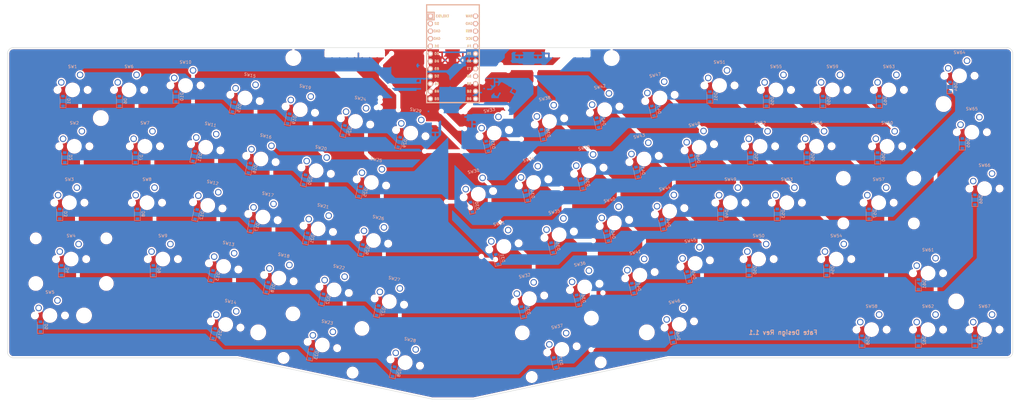
<source format=kicad_pcb>
(kicad_pcb (version 20171130) (host pcbnew "(5.1.6-0-10_14)")
  (title_block (rev 1.1))
  (layers (0 F.Cu signal) (31 B.Cu signal) (34 B.Paste user) (35 F.Paste user) (36 B.SilkS user) (37 F.SilkS user) (38 B.Mask user) (39 F.Mask user) (44 Edge.Cuts user))
  (net 0 "")
  (net 1 GND)
  (net 2 "Net-(D1-Pad2)")
  (net 3 "Net-(D2-Pad2)")
  (net 4 "Net-(D3-Pad2)")
  (net 5 "Net-(D4-Pad2)")
  (net 6 "Net-(D5-Pad2)")
  (net 7 "Net-(D6-Pad2)")
  (net 8 "Net-(D7-Pad2)")
  (net 9 "Net-(D8-Pad2)")
  (net 10 "Net-(D9-Pad2)")
  (net 11 "Net-(D10-Pad2)")
  (net 12 "Net-(D11-Pad2)")
  (net 13 "Net-(D12-Pad2)")
  (net 14 "Net-(D13-Pad2)")
  (net 15 "Net-(D14-Pad2)")
  (net 16 "Net-(D15-Pad2)")
  (net 17 "Net-(D16-Pad2)")
  (net 18 "Net-(D17-Pad2)")
  (net 19 "Net-(D18-Pad2)")
  (net 20 "Net-(D19-Pad2)")
  (net 21 "Net-(D20-Pad2)")
  (net 22 "Net-(D21-Pad2)")
  (net 23 "Net-(D22-Pad2)")
  (net 24 "Net-(D23-Pad2)")
  (net 25 "Net-(D24-Pad2)")
  (net 26 "Net-(D25-Pad2)")
  (net 27 "Net-(D26-Pad2)")
  (net 28 "Net-(D27-Pad2)")
  (net 29 "Net-(D28-Pad2)")
  (net 30 "Net-(D29-Pad2)")
  (net 31 "Net-(D30-Pad2)")
  (net 32 "Net-(D31-Pad2)")
  (net 33 "Net-(D32-Pad2)")
  (net 34 "Net-(D33-Pad2)")
  (net 35 "Net-(D34-Pad2)")
  (net 36 "Net-(D35-Pad2)")
  (net 37 "Net-(D36-Pad2)")
  (net 38 "Net-(D37-Pad2)")
  (net 39 "Net-(D38-Pad2)")
  (net 40 "Net-(D39-Pad2)")
  (net 41 "Net-(D40-Pad2)")
  (net 42 "Net-(D41-Pad2)")
  (net 43 "Net-(D42-Pad2)")
  (net 44 "Net-(D43-Pad2)")
  (net 45 "Net-(D44-Pad2)")
  (net 46 "Net-(D45-Pad2)")
  (net 47 "Net-(D46-Pad2)")
  (net 48 "Net-(D47-Pad2)")
  (net 49 "Net-(D48-Pad2)")
  (net 50 "Net-(D49-Pad2)")
  (net 51 "Net-(D50-Pad2)")
  (net 52 "Net-(D51-Pad2)")
  (net 53 "Net-(D52-Pad2)")
  (net 54 "Net-(D53-Pad2)")
  (net 55 "Net-(D54-Pad2)")
  (net 56 "Net-(D55-Pad2)")
  (net 57 "Net-(D56-Pad2)")
  (net 58 "Net-(D57-Pad2)")
  (net 59 "Net-(D58-Pad2)")
  (net 60 "Net-(D59-Pad2)")
  (net 61 "Net-(D60-Pad2)")
  (net 62 "Net-(D61-Pad2)")
  (net 63 "Net-(D62-Pad2)")
  (net 64 "Net-(D63-Pad2)")
  (net 65 "Net-(D64-Pad2)")
  (net 66 "Net-(D65-Pad2)")
  (net 67 "Net-(D66-Pad2)")
  (net 68 "Net-(D67-Pad2)")
  (net 69 "Net-(U1-Pad3)")
  (net 70 "Net-(U1-Pad1)")
  (net 71 /matrix/row0)
  (net 72 /matrix/row1)
  (net 73 /matrix/row3)
  (net 74 /matrix/row4)
  (net 75 /matrix/col0)
  (net 76 /matrix/col2)
  (net 77 /matrix/col3)
  (net 78 /matrix/col4)
  (net 79 /matrix/col6)
  (net 80 /matrix/col8)
  (net 81 /matrix/col9)
  (net 82 /matrix/col10)
  (net 83 /matrix/col12)
  (net 84 /matrix/col13)
  (net 85 /matrix/col14)
  (net 86 "Net-(U1-Pad24)")
  (net 87 "Net-(U1-Pad23)")
  (net 88 "Net-(U1-Pad22)")
  (net 89 "Net-(U1-Pad21)")
  (net 90 "Net-(U1-Pad17)")
  (net 91 "Net-(U1-Pad15)")
  (net 92 "Net-(U1-Pad14)")
  (net 93 "Net-(U1-Pad13)")
  (net 94 "Net-(U1-Pad4)")
  (net 95 "Net-(U1-Pad2)")
  (module Keebio-Parts:ArduinoProMicro (layer F.Cu) (at 175.6664 27.7622 270)
    (fp_text reference U1 hide)
    (fp_text value ProMicro hide)
    (fp_text user ST (at -8.91 -5.04) (layer B.SilkS) (effects (font (size 0.8 0.8)) (justify mirror)))
    (fp_text user TX0/D3 (at -13.97 3.571872) (layer F.SilkS) (effects (font (size 0.8 0.8))))
    (fp_text user TX0/D3 (at -13.97 3.571872) (layer B.SilkS) (effects (font (size 0.8 0.8)) (justify mirror)))
    (fp_text user D2 (at -11.43 5.461) (layer F.SilkS) (effects (font (size 0.8 0.8))))
    (fp_text user D0 (at -1.27 5.461) (layer F.SilkS) (effects (font (size 0.8 0.8))))
    (fp_text user D1 (at -3.81 5.461) (layer F.SilkS) (effects (font (size 0.8 0.8))))
    (fp_text user GND (at -6.35 5.461) (layer F.SilkS) (effects (font (size 0.8 0.8))))
    (fp_text user GND (at -8.89 5.461) (layer F.SilkS) (effects (font (size 0.8 0.8))))
    (fp_text user D4 (at 1.27 5.461) (layer F.SilkS) (effects (font (size 0.8 0.8))))
    (fp_text user C6 (at 3.81 5.461) (layer F.SilkS) (effects (font (size 0.8 0.8))))
    (fp_text user D7 (at 6.35 5.461) (layer F.SilkS) (effects (font (size 0.8 0.8))))
    (fp_text user E6 (at 8.89 5.461) (layer F.SilkS) (effects (font (size 0.8 0.8))))
    (fp_text user B4 (at 11.43 5.461) (layer F.SilkS) (effects (font (size 0.8 0.8))))
    (fp_text user B5 (at 13.97 5.461) (layer F.SilkS) (effects (font (size 0.8 0.8))))
    (fp_text user B6 (at 13.97 -5.461) (layer F.SilkS) (effects (font (size 0.8 0.8))))
    (fp_text user B2 (at 11.43 -5.461) (layer B.SilkS) (effects (font (size 0.8 0.8)) (justify mirror)))
    (fp_text user B3 (at 8.89 -5.461) (layer F.SilkS) (effects (font (size 0.8 0.8))))
    (fp_text user B1 (at 6.35 -5.461) (layer F.SilkS) (effects (font (size 0.8 0.8))))
    (fp_text user F7 (at 3.81 -5.461) (layer B.SilkS) (effects (font (size 0.8 0.8)) (justify mirror)))
    (fp_text user F6 (at 1.27 -5.461) (layer B.SilkS) (effects (font (size 0.8 0.8)) (justify mirror)))
    (fp_text user F5 (at -1.27 -5.461) (layer B.SilkS) (effects (font (size 0.8 0.8)) (justify mirror)))
    (fp_text user F4 (at -3.81 -5.461) (layer F.SilkS) (effects (font (size 0.8 0.8))))
    (fp_text user VCC (at -6.35 -5.461) (layer F.SilkS) (effects (font (size 0.8 0.8))))
    (fp_text user ST (at -8.92 -5.73312) (layer F.SilkS) (effects (font (size 0.8 0.8))))
    (fp_text user GND (at -11.43 -5.461) (layer F.SilkS) (effects (font (size 0.8 0.8))))
    (fp_text user RAW (at -13.97 -5.461) (layer F.SilkS) (effects (font (size 0.8 0.8))))
    (fp_text user RAW (at -13.97 -5.461) (layer B.SilkS) (effects (font (size 0.8 0.8)) (justify mirror)))
    (fp_text user GND (at -11.43 -5.461) (layer B.SilkS) (effects (font (size 0.8 0.8)) (justify mirror)))
    (fp_text user VCC (at -6.35 -5.461) (layer B.SilkS) (effects (font (size 0.8 0.8)) (justify mirror)))
    (fp_text user F4 (at -3.81 -5.461) (layer B.SilkS) (effects (font (size 0.8 0.8)) (justify mirror)))
    (fp_text user F5 (at -1.27 -5.461) (layer F.SilkS) (effects (font (size 0.8 0.8))))
    (fp_text user F6 (at 1.27 -5.461) (layer F.SilkS) (effects (font (size 0.8 0.8))))
    (fp_text user F7 (at 3.81 -5.461) (layer F.SilkS) (effects (font (size 0.8 0.8))))
    (fp_text user B1 (at 6.35 -5.461) (layer B.SilkS) (effects (font (size 0.8 0.8)) (justify mirror)))
    (fp_text user B3 (at 8.89 -5.461) (layer B.SilkS) (effects (font (size 0.8 0.8)) (justify mirror)))
    (fp_text user B2 (at 11.43 -5.461) (layer F.SilkS) (effects (font (size 0.8 0.8))))
    (fp_text user B6 (at 13.97 -5.461) (layer B.SilkS) (effects (font (size 0.8 0.8)) (justify mirror)))
    (fp_text user B5 (at 13.97 5.461) (layer B.SilkS) (effects (font (size 0.8 0.8)) (justify mirror)))
    (fp_text user B4 (at 11.43 5.461) (layer B.SilkS) (effects (font (size 0.8 0.8)) (justify mirror)))
    (fp_text user E6 (at 8.89 5.461) (layer B.SilkS) (effects (font (size 0.8 0.8)) (justify mirror)))
    (fp_text user D7 (at 6.35 5.461) (layer B.SilkS) (effects (font (size 0.8 0.8)) (justify mirror)))
    (fp_text user C6 (at 3.81 5.461) (layer B.SilkS) (effects (font (size 0.8 0.8)) (justify mirror)))
    (fp_text user D4 (at 1.27 5.461) (layer B.SilkS) (effects (font (size 0.8 0.8)) (justify mirror)))
    (fp_text user GND (at -8.89 5.461) (layer B.SilkS) (effects (font (size 0.8 0.8)) (justify mirror)))
    (fp_text user GND (at -6.35 5.461) (layer B.SilkS) (effects (font (size 0.8 0.8)) (justify mirror)))
    (fp_text user D1 (at -3.81 5.461) (layer B.SilkS) (effects (font (size 0.8 0.8)) (justify mirror)))
    (fp_text user D0 (at -1.27 5.461) (layer B.SilkS) (effects (font (size 0.8 0.8)) (justify mirror)))
    (fp_text user D2 (at -11.43 5.461) (layer B.SilkS) (effects (font (size 0.8 0.8)) (justify mirror)))
    (pad 24 thru_hole circle (at -13.97 -7.62 270) (size 1.7526 1.7526) (drill 1.0922) (layers *.Cu *.SilkS *.Mask) (net 86 "Net-(U1-Pad24)"))
    (pad 12 thru_hole circle (at 13.97 7.62 270) (size 1.7526 1.7526) (drill 1.0922) (layers *.Cu *.SilkS *.Mask) (net 75 /matrix/col0))
    (pad 23 thru_hole circle (at -11.43 -7.62 270) (size 1.7526 1.7526) (drill 1.0922) (layers *.Cu *.SilkS *.Mask) (net 87 "Net-(U1-Pad23)"))
    (pad 22 thru_hole circle (at -8.89 -7.62 270) (size 1.7526 1.7526) (drill 1.0922) (layers *.Cu *.SilkS *.Mask) (net 88 "Net-(U1-Pad22)"))
    (pad 21 thru_hole circle (at -6.35 -7.62 270) (size 1.7526 1.7526) (drill 1.0922) (layers *.Cu *.SilkS *.Mask) (net 89 "Net-(U1-Pad21)"))
    (pad 20 thru_hole circle (at -3.81 -7.62 270) (size 1.7526 1.7526) (drill 1.0922) (layers *.Cu *.SilkS *.Mask) (net 71 /matrix/row0))
    (pad 19 thru_hole circle (at -1.27 -7.62 270) (size 1.7526 1.7526) (drill 1.0922) (layers *.Cu *.SilkS *.Mask) (net 72 /matrix/row1))
    (pad 18 thru_hole circle (at 1.27 -7.62 270) (size 1.7526 1.7526) (drill 1.0922) (layers *.Cu *.SilkS *.Mask) (net 72 /matrix/row1))
    (pad 17 thru_hole circle (at 3.81 -7.62 270) (size 1.7526 1.7526) (drill 1.0922) (layers *.Cu *.SilkS *.Mask) (net 90 "Net-(U1-Pad17)"))
    (pad 16 thru_hole circle (at 6.35 -7.62 270) (size 1.7526 1.7526) (drill 1.0922) (layers *.Cu *.SilkS *.Mask) (net 74 /matrix/row4))
    (pad 15 thru_hole circle (at 8.89 -7.62 270) (size 1.7526 1.7526) (drill 1.0922) (layers *.Cu *.SilkS *.Mask) (net 91 "Net-(U1-Pad15)"))
    (pad 14 thru_hole circle (at 11.43 -7.62 270) (size 1.7526 1.7526) (drill 1.0922) (layers *.Cu *.SilkS *.Mask) (net 92 "Net-(U1-Pad14)"))
    (pad 13 thru_hole circle (at 13.97 -7.62 270) (size 1.7526 1.7526) (drill 1.0922) (layers *.Cu *.SilkS *.Mask) (net 93 "Net-(U1-Pad13)"))
    (pad 11 thru_hole circle (at 11.43 7.62 270) (size 1.7526 1.7526) (drill 1.0922) (layers *.Cu *.SilkS *.Mask) (net 77 /matrix/col3))
    (pad 10 thru_hole circle (at 8.89 7.62 270) (size 1.7526 1.7526) (drill 1.0922) (layers *.Cu *.SilkS *.Mask) (net 78 /matrix/col4))
    (pad 9 thru_hole circle (at 6.35 7.62 270) (size 1.7526 1.7526) (drill 1.0922) (layers *.Cu *.SilkS *.Mask) (net 79 /matrix/col6))
    (pad 8 thru_hole circle (at 3.81 7.62 270) (size 1.7526 1.7526) (drill 1.0922) (layers *.Cu *.SilkS *.Mask) (net 80 /matrix/col8))
    (pad 7 thru_hole circle (at 1.27 7.62 270) (size 1.7526 1.7526) (drill 1.0922) (layers *.Cu *.SilkS *.Mask) (net 82 /matrix/col10))
    (pad 6 thru_hole circle (at -1.27 7.62 270) (size 1.7526 1.7526) (drill 1.0922) (layers *.Cu *.SilkS *.Mask) (net 83 /matrix/col12))
    (pad 5 thru_hole circle (at -3.81 7.62 270) (size 1.7526 1.7526) (drill 1.0922) (layers *.Cu *.SilkS *.Mask) (net 85 /matrix/col14))
    (pad 4 thru_hole circle (at -6.35 7.62 270) (size 1.7526 1.7526) (drill 1.0922) (layers *.Cu *.SilkS *.Mask) (net 94 "Net-(U1-Pad4)"))
    (pad 3 thru_hole circle (at -8.89 7.62 270) (size 1.7526 1.7526) (drill 1.0922) (layers *.Cu *.SilkS *.Mask) (net 69 "Net-(U1-Pad3)"))
    (pad 2 thru_hole circle (at -11.43 7.62 270) (size 1.7526 1.7526) (drill 1.0922) (layers *.Cu *.SilkS *.Mask) (net 95 "Net-(U1-Pad2)"))
    (pad 1 thru_hole rect (at -13.97 7.62 270) (size 1.7526 1.7526) (drill 1.0922) (layers *.Cu *.SilkS *.Mask) (net 70 "Net-(U1-Pad1)"))
  )
  (module Diodes_SMD:D_SOD-123 (layer B.Cu) (at 44.115 42.495 90)
    (fp_text reference D1 (at 0 2 90) (layer B.SilkS) (effects (justify mirror)))
    (fp_text value D)
    (pad 1 smd rect (at -1.65 0 90) (size 0.9 1.2) (layers B.Cu B.Paste B.Mask) (net 71 /matrix/row0))
    (pad 2 smd rect (at 1.65 0 90) (size 0.9 1.2) (layers B.Cu B.Paste B.Mask) (net 2 "Net-(D1-Pad2)"))
  )
  (module Diodes_SMD:D_SOD-123 (layer B.Cu) (at 44.715 61.545 90)
    (fp_text reference D2 (at 0 2 90) (layer B.SilkS) (effects (justify mirror)))
    (fp_text value D)
    (pad 1 smd rect (at -1.65 0 90) (size 0.9 1.2) (layers B.Cu B.Paste B.Mask) (net 72 /matrix/row1))
    (pad 2 smd rect (at 1.65 0 90) (size 0.9 1.2) (layers B.Cu B.Paste B.Mask) (net 3 "Net-(D2-Pad2)"))
  )
  (module Diodes_SMD:D_SOD-123 (layer B.Cu) (at 43.03125 80.595 90)
    (fp_text reference D3 (at 0 2 90) (layer B.SilkS) (effects (justify mirror)))
    (fp_text value D)
    (pad 1 smd rect (at -1.65 0 90) (size 0.9 1.2) (layers B.Cu B.Paste B.Mask) (net 72 /matrix/row1))
    (pad 2 smd rect (at 1.65 0 90) (size 0.9 1.2) (layers B.Cu B.Paste B.Mask) (net 4 "Net-(D3-Pad2)"))
  )
  (module Diodes_SMD:D_SOD-123 (layer B.Cu) (at 43.61875 99.645 90)
    (fp_text reference D4 (at 0 2 90) (layer B.SilkS) (effects (justify mirror)))
    (fp_text value D)
    (pad 1 smd rect (at -1.65 0 90) (size 0.9 1.2) (layers B.Cu B.Paste B.Mask) (net 73 /matrix/row3))
    (pad 2 smd rect (at 1.65 0 90) (size 0.9 1.2) (layers B.Cu B.Paste B.Mask) (net 5 "Net-(D4-Pad2)"))
  )
  (module Diodes_SMD:D_SOD-123 (layer B.Cu) (at 36.485 118.695 90)
    (fp_text reference D5 (at 0 2 90) (layer B.SilkS) (effects (justify mirror)))
    (fp_text value D)
    (pad 1 smd rect (at -1.65 0 90) (size 0.9 1.2) (layers B.Cu B.Paste B.Mask) (net 74 /matrix/row4))
    (pad 2 smd rect (at 1.65 0 90) (size 0.9 1.2) (layers B.Cu B.Paste B.Mask) (net 6 "Net-(D5-Pad2)"))
  )
  (module Diodes_SMD:D_SOD-123 (layer B.Cu) (at 63.165 42.495 90)
    (fp_text reference D6 (at 0 2 90) (layer B.SilkS) (effects (justify mirror)))
    (fp_text value D)
    (pad 1 smd rect (at -1.65 0 90) (size 0.9 1.2) (layers B.Cu B.Paste B.Mask) (net 71 /matrix/row0))
    (pad 2 smd rect (at 1.65 0 90) (size 0.9 1.2) (layers B.Cu B.Paste B.Mask) (net 7 "Net-(D6-Pad2)"))
  )
  (module Diodes_SMD:D_SOD-123 (layer B.Cu) (at 68.525 61.545 90)
    (fp_text reference D7 (at 0 2 90) (layer B.SilkS) (effects (justify mirror)))
    (fp_text value D)
    (pad 1 smd rect (at -1.65 0 90) (size 0.9 1.2) (layers B.Cu B.Paste B.Mask) (net 72 /matrix/row1))
    (pad 2 smd rect (at 1.65 0 90) (size 0.9 1.2) (layers B.Cu B.Paste B.Mask) (net 8 "Net-(D7-Pad2)"))
  )
  (module Diodes_SMD:D_SOD-123 (layer B.Cu) (at 69.225 80.595 90)
    (fp_text reference D8 (at 0 2 90) (layer B.SilkS) (effects (justify mirror)))
    (fp_text value D)
    (pad 1 smd rect (at -1.65 0 90) (size 0.9 1.2) (layers B.Cu B.Paste B.Mask) (net 72 /matrix/row1))
    (pad 2 smd rect (at 1.65 0 90) (size 0.9 1.2) (layers B.Cu B.Paste B.Mask) (net 9 "Net-(D8-Pad2)"))
  )
  (module Diodes_SMD:D_SOD-123 (layer B.Cu) (at 74.575 99.645 90)
    (fp_text reference D9 (at 0 2 90) (layer B.SilkS) (effects (justify mirror)))
    (fp_text value D)
    (pad 1 smd rect (at -1.65 0 90) (size 0.9 1.2) (layers B.Cu B.Paste B.Mask) (net 73 /matrix/row3))
    (pad 2 smd rect (at 1.65 0 90) (size 0.9 1.2) (layers B.Cu B.Paste B.Mask) (net 10 "Net-(D9-Pad2)"))
  )
  (module Diodes_SMD:D_SOD-123 (layer B.Cu) (at 82.215 40.994615 90)
    (fp_text reference D10 (at 0 2 90) (layer B.SilkS) (effects (justify mirror)))
    (fp_text value D)
    (pad 1 smd rect (at -1.65 0 90) (size 0.9 1.2) (layers B.Cu B.Paste B.Mask) (net 71 /matrix/row0))
    (pad 2 smd rect (at 1.65 0 90) (size 0.9 1.2) (layers B.Cu B.Paste B.Mask) (net 11 "Net-(D10-Pad2)"))
  )
  (module Diodes_SMD:D_SOD-123 (layer B.Cu) (at 88.315851 61.116624 78)
    (fp_text reference D11 (at 0 2 78) (layer B.SilkS) (effects (justify mirror)))
    (fp_text value D)
    (pad 1 smd rect (at -1.65 0 78) (size 0.9 1.2) (layers B.Cu B.Paste B.Mask) (net 72 /matrix/row1))
    (pad 2 smd rect (at 1.65 0 78) (size 0.9 1.2) (layers B.Cu B.Paste B.Mask) (net 12 "Net-(D11-Pad2)"))
  )
  (module Diodes_SMD:D_SOD-123 (layer B.Cu) (at 89.013518 80.740517 78)
    (fp_text reference D12 (at 0 2 78) (layer B.SilkS) (effects (justify mirror)))
    (fp_text value D)
    (pad 1 smd rect (at -1.65 0 78) (size 0.9 1.2) (layers B.Cu B.Paste B.Mask) (net 72 /matrix/row1))
    (pad 2 smd rect (at 1.65 0 78) (size 0.9 1.2) (layers B.Cu B.Paste B.Mask) (net 13 "Net-(D12-Pad2)"))
  )
  (module Diodes_SMD:D_SOD-123 (layer B.Cu) (at 94.3696 101.354586 78)
    (fp_text reference D13 (at 0 2 78) (layer B.SilkS) (effects (justify mirror)))
    (fp_text value D)
    (pad 1 smd rect (at -1.65 0 78) (size 0.9 1.2) (layers B.Cu B.Paste B.Mask) (net 73 /matrix/row3))
    (pad 2 smd rect (at 1.65 0 78) (size 0.9 1.2) (layers B.Cu B.Paste B.Mask) (net 14 "Net-(D13-Pad2)"))
  )
  (module Diodes_SMD:D_SOD-123 (layer B.Cu) (at 95.067301 120.978474 78)
    (fp_text reference D14 (at 0 2 78) (layer B.SilkS) (effects (justify mirror)))
    (fp_text value D)
    (pad 1 smd rect (at -1.65 0 78) (size 0.9 1.2) (layers B.Cu B.Paste B.Mask) (net 74 /matrix/row4))
    (pad 2 smd rect (at 1.65 0 78) (size 0.9 1.2) (layers B.Cu B.Paste B.Mask) (net 15 "Net-(D14-Pad2)"))
  )
  (module Diodes_SMD:D_SOD-123 (layer B.Cu) (at 101.593509 44.463281 78)
    (fp_text reference D15 (at 0 2 78) (layer B.SilkS) (effects (justify mirror)))
    (fp_text value D)
    (pad 1 smd rect (at -1.65 0 78) (size 0.9 1.2) (layers B.Cu B.Paste B.Mask) (net 71 /matrix/row0))
    (pad 2 smd rect (at 1.65 0 78) (size 0.9 1.2) (layers B.Cu B.Paste B.Mask) (net 16 "Net-(D15-Pad2)"))
  )
  (module Diodes_SMD:D_SOD-123 (layer B.Cu) (at 106.949561 65.07735 78)
    (fp_text reference D16 (at 0 2 78) (layer B.SilkS) (effects (justify mirror)))
    (fp_text value D)
    (pad 1 smd rect (at -1.65 0 78) (size 0.9 1.2) (layers B.Cu B.Paste B.Mask) (net 72 /matrix/row1))
    (pad 2 smd rect (at 1.65 0 78) (size 0.9 1.2) (layers B.Cu B.Paste B.Mask) (net 17 "Net-(D16-Pad2)"))
  )
  (module Diodes_SMD:D_SOD-123 (layer B.Cu) (at 107.647228 84.701244 78)
    (fp_text reference D17 (at 0 2 78) (layer B.SilkS) (effects (justify mirror)))
    (fp_text value D)
    (pad 1 smd rect (at -1.65 0 78) (size 0.9 1.2) (layers B.Cu B.Paste B.Mask) (net 72 /matrix/row1))
    (pad 2 smd rect (at 1.65 0 78) (size 0.9 1.2) (layers B.Cu B.Paste B.Mask) (net 18 "Net-(D17-Pad2)"))
  )
  (module Diodes_SMD:D_SOD-123 (layer B.Cu) (at 113.00331 105.315312 78)
    (fp_text reference D18 (at 0 2 78) (layer B.SilkS) (effects (justify mirror)))
    (fp_text value D)
    (pad 1 smd rect (at -1.65 0 78) (size 0.9 1.2) (layers B.Cu B.Paste B.Mask) (net 73 /matrix/row3))
    (pad 2 smd rect (at 1.65 0 78) (size 0.9 1.2) (layers B.Cu B.Paste B.Mask) (net 19 "Net-(D18-Pad2)"))
  )
  (module Diodes_SMD:D_SOD-123 (layer B.Cu) (at 120.22722 48.423999 78)
    (fp_text reference D19 (at 0 2 78) (layer B.SilkS) (effects (justify mirror)))
    (fp_text value D)
    (pad 1 smd rect (at -1.65 0 78) (size 0.9 1.2) (layers B.Cu B.Paste B.Mask) (net 71 /matrix/row0))
    (pad 2 smd rect (at 1.65 0 78) (size 0.9 1.2) (layers B.Cu B.Paste B.Mask) (net 20 "Net-(D19-Pad2)"))
  )
  (module Diodes_SMD:D_SOD-123 (layer B.Cu) (at 125.583271 69.038077 78)
    (fp_text reference D20 (at 0 2 78) (layer B.SilkS) (effects (justify mirror)))
    (fp_text value D)
    (pad 1 smd rect (at -1.65 0 78) (size 0.9 1.2) (layers B.Cu B.Paste B.Mask) (net 72 /matrix/row1))
    (pad 2 smd rect (at 1.65 0 78) (size 0.9 1.2) (layers B.Cu B.Paste B.Mask) (net 21 "Net-(D20-Pad2)"))
  )
  (module Diodes_SMD:D_SOD-123 (layer B.Cu) (at 126.280938 88.661971 78)
    (fp_text reference D21 (at 0 2 78) (layer B.SilkS) (effects (justify mirror)))
    (fp_text value D)
    (pad 1 smd rect (at -1.65 0 78) (size 0.9 1.2) (layers B.Cu B.Paste B.Mask) (net 72 /matrix/row1))
    (pad 2 smd rect (at 1.65 0 78) (size 0.9 1.2) (layers B.Cu B.Paste B.Mask) (net 22 "Net-(D21-Pad2)"))
  )
  (module Diodes_SMD:D_SOD-123 (layer B.Cu) (at 131.637019 109.276039 78)
    (fp_text reference D22 (at 0 2 78) (layer B.SilkS) (effects (justify mirror)))
    (fp_text value D)
    (pad 1 smd rect (at -1.65 0 78) (size 0.9 1.2) (layers B.Cu B.Paste B.Mask) (net 73 /matrix/row3))
    (pad 2 smd rect (at 1.65 0 78) (size 0.9 1.2) (layers B.Cu B.Paste B.Mask) (net 23 "Net-(D22-Pad2)"))
  )
  (module Diodes_SMD:D_SOD-123 (layer B.Cu) (at 127.676293 127.909749 78)
    (fp_text reference D23 (at 0 2 78) (layer B.SilkS) (effects (justify mirror)))
    (fp_text value D)
    (pad 1 smd rect (at -1.65 0 78) (size 0.9 1.2) (layers B.Cu B.Paste B.Mask) (net 74 /matrix/row4))
    (pad 2 smd rect (at 1.65 0 78) (size 0.9 1.2) (layers B.Cu B.Paste B.Mask) (net 24 "Net-(D23-Pad2)"))
  )
  (module Diodes_SMD:D_SOD-123 (layer B.Cu) (at 138.860932 52.384717 78)
    (fp_text reference D24 (at 0 2 78) (layer B.SilkS) (effects (justify mirror)))
    (fp_text value D)
    (pad 1 smd rect (at -1.65 0 78) (size 0.9 1.2) (layers B.Cu B.Paste B.Mask) (net 71 /matrix/row0))
    (pad 2 smd rect (at 1.65 0 78) (size 0.9 1.2) (layers B.Cu B.Paste B.Mask) (net 25 "Net-(D24-Pad2)"))
  )
  (module Diodes_SMD:D_SOD-123 (layer B.Cu) (at 144.216981 72.998804 78)
    (fp_text reference D25 (at 0 2 78) (layer B.SilkS) (effects (justify mirror)))
    (fp_text value D)
    (pad 1 smd rect (at -1.65 0 78) (size 0.9 1.2) (layers B.Cu B.Paste B.Mask) (net 72 /matrix/row1))
    (pad 2 smd rect (at 1.65 0 78) (size 0.9 1.2) (layers B.Cu B.Paste B.Mask) (net 26 "Net-(D25-Pad2)"))
  )
  (module Diodes_SMD:D_SOD-123 (layer B.Cu) (at 144.914648 92.622698 78)
    (fp_text reference D26 (at 0 2 78) (layer B.SilkS) (effects (justify mirror)))
    (fp_text value D)
    (pad 1 smd rect (at -1.65 0 78) (size 0.9 1.2) (layers B.Cu B.Paste B.Mask) (net 72 /matrix/row1))
    (pad 2 smd rect (at 1.65 0 78) (size 0.9 1.2) (layers B.Cu B.Paste B.Mask) (net 27 "Net-(D26-Pad2)"))
  )
  (module Diodes_SMD:D_SOD-123 (layer B.Cu) (at 150.270729 113.236766 78)
    (fp_text reference D27 (at 0 2 78) (layer B.SilkS) (effects (justify mirror)))
    (fp_text value D)
    (pad 1 smd rect (at -1.65 0 78) (size 0.9 1.2) (layers B.Cu B.Paste B.Mask) (net 73 /matrix/row3))
    (pad 2 smd rect (at 1.65 0 78) (size 0.9 1.2) (layers B.Cu B.Paste B.Mask) (net 28 "Net-(D27-Pad2)"))
  )
  (module Diodes_SMD:D_SOD-123 (layer B.Cu) (at 155.626866 133.850795 78)
    (fp_text reference D28 (at 0 2 78) (layer B.SilkS) (effects (justify mirror)))
    (fp_text value D)
    (pad 1 smd rect (at -1.65 0 78) (size 0.9 1.2) (layers B.Cu B.Paste B.Mask) (net 74 /matrix/row4))
    (pad 2 smd rect (at 1.65 0 78) (size 0.9 1.2) (layers B.Cu B.Paste B.Mask) (net 29 "Net-(D28-Pad2)"))
  )
  (module Diodes_SMD:D_SOD-123 (layer B.Cu) (at 157.494644 56.345434 78)
    (fp_text reference D29 (at 0 2 78) (layer B.SilkS) (effects (justify mirror)))
    (fp_text value D)
    (pad 1 smd rect (at -1.65 0 78) (size 0.9 1.2) (layers B.Cu B.Paste B.Mask) (net 71 /matrix/row0))
    (pad 2 smd rect (at 1.65 0 78) (size 0.9 1.2) (layers B.Cu B.Paste B.Mask) (net 30 "Net-(D29-Pad2)"))
  )
  (module Diodes_SMD:D_SOD-123 (layer B.Cu) (at 181.863423 78.299527 102)
    (fp_text reference D30 (at 0 2 102) (layer B.SilkS) (effects (justify mirror)))
    (fp_text value D)
    (pad 1 smd rect (at -1.65 0 102) (size 0.9 1.2) (layers B.Cu B.Paste B.Mask) (net 72 /matrix/row1))
    (pad 2 smd rect (at 1.65 0 102) (size 0.9 1.2) (layers B.Cu B.Paste B.Mask) (net 31 "Net-(D30-Pad2)"))
  )
  (module Diodes_SMD:D_SOD-123 (layer B.Cu) (at 190.482544 95.943079 102)
    (fp_text reference D31 (at 0 2 102) (layer B.SilkS) (effects (justify mirror)))
    (fp_text value D)
    (pad 1 smd rect (at -1.65 0 102) (size 0.9 1.2) (layers B.Cu B.Paste B.Mask) (net 72 /matrix/row1))
    (pad 2 smd rect (at 1.65 0 102) (size 0.9 1.2) (layers B.Cu B.Paste B.Mask) (net 32 "Net-(D31-Pad2)"))
  )
  (module Diodes_SMD:D_SOD-123 (layer B.Cu) (at 199.101665 113.586631 102)
    (fp_text reference D32 (at 0 2 102) (layer B.SilkS) (effects (justify mirror)))
    (fp_text value D)
    (pad 1 smd rect (at -1.65 0 102) (size 0.9 1.2) (layers B.Cu B.Paste B.Mask) (net 73 /matrix/row3))
    (pad 2 smd rect (at 1.65 0 102) (size 0.9 1.2) (layers B.Cu B.Paste B.Mask) (net 33 "Net-(D32-Pad2)"))
  )
  (module Diodes_SMD:D_SOD-123 (layer B.Cu) (at 187.21965 57.685428 102)
    (fp_text reference D33 (at 0 2 102) (layer B.SilkS) (effects (justify mirror)))
    (fp_text value D)
    (pad 1 smd rect (at -1.65 0 102) (size 0.9 1.2) (layers B.Cu B.Paste B.Mask) (net 71 /matrix/row0))
    (pad 2 smd rect (at 1.65 0 102) (size 0.9 1.2) (layers B.Cu B.Paste B.Mask) (net 34 "Net-(D33-Pad2)"))
  )
  (module Diodes_SMD:D_SOD-123 (layer B.Cu) (at 200.497134 74.338809 102)
    (fp_text reference D34 (at 0 2 102) (layer B.SilkS) (effects (justify mirror)))
    (fp_text value D)
    (pad 1 smd rect (at -1.65 0 102) (size 0.9 1.2) (layers B.Cu B.Paste B.Mask) (net 72 /matrix/row1))
    (pad 2 smd rect (at 1.65 0 102) (size 0.9 1.2) (layers B.Cu B.Paste B.Mask) (net 35 "Net-(D34-Pad2)"))
  )
  (module Diodes_SMD:D_SOD-123 (layer B.Cu) (at 209.116255 91.982361 102)
    (fp_text reference D35 (at 0 2 102) (layer B.SilkS) (effects (justify mirror)))
    (fp_text value D)
    (pad 1 smd rect (at -1.65 0 102) (size 0.9 1.2) (layers B.Cu B.Paste B.Mask) (net 72 /matrix/row1))
    (pad 2 smd rect (at 1.65 0 102) (size 0.9 1.2) (layers B.Cu B.Paste B.Mask) (net 36 "Net-(D35-Pad2)"))
  )
  (module Diodes_SMD:D_SOD-123 (layer B.Cu) (at 217.735377 109.625913 102)
    (fp_text reference D36 (at 0 2 102) (layer B.SilkS) (effects (justify mirror)))
    (fp_text value D)
    (pad 1 smd rect (at -1.65 0 102) (size 0.9 1.2) (layers B.Cu B.Paste B.Mask) (net 73 /matrix/row3))
    (pad 2 smd rect (at 1.65 0 102) (size 0.9 1.2) (layers B.Cu B.Paste B.Mask) (net 37 "Net-(D36-Pad2)"))
  )
  (module Diodes_SMD:D_SOD-123 (layer B.Cu) (at 210.050066 130.735038 102)
    (fp_text reference D37 (at 0 2 102) (layer B.SilkS) (effects (justify mirror)))
    (fp_text value D)
    (pad 1 smd rect (at -1.65 0 102) (size 0.9 1.2) (layers B.Cu B.Paste B.Mask) (net 74 /matrix/row4))
    (pad 2 smd rect (at 1.65 0 102) (size 0.9 1.2) (layers B.Cu B.Paste B.Mask) (net 38 "Net-(D37-Pad2)"))
  )
  (module Diodes_SMD:D_SOD-123 (layer B.Cu) (at 205.853362 53.72471 102)
    (fp_text reference D38 (at 0 2 102) (layer B.SilkS) (effects (justify mirror)))
    (fp_text value D)
    (pad 1 smd rect (at -1.65 0 102) (size 0.9 1.2) (layers B.Cu B.Paste B.Mask) (net 71 /matrix/row0))
    (pad 2 smd rect (at 1.65 0 102) (size 0.9 1.2) (layers B.Cu B.Paste B.Mask) (net 39 "Net-(D38-Pad2)"))
  )
  (module Diodes_SMD:D_SOD-123 (layer B.Cu) (at 219.130846 70.378092 102)
    (fp_text reference D39 (at 0 2 102) (layer B.SilkS) (effects (justify mirror)))
    (fp_text value D)
    (pad 1 smd rect (at -1.65 0 102) (size 0.9 1.2) (layers B.Cu B.Paste B.Mask) (net 72 /matrix/row1))
    (pad 2 smd rect (at 1.65 0 102) (size 0.9 1.2) (layers B.Cu B.Paste B.Mask) (net 40 "Net-(D39-Pad2)"))
  )
  (module Diodes_SMD:D_SOD-123 (layer B.Cu) (at 227.749967 88.021644 102)
    (fp_text reference D40 (at 0 2 102) (layer B.SilkS) (effects (justify mirror)))
    (fp_text value D)
    (pad 1 smd rect (at -1.65 0 102) (size 0.9 1.2) (layers B.Cu B.Paste B.Mask) (net 72 /matrix/row1))
    (pad 2 smd rect (at 1.65 0 102) (size 0.9 1.2) (layers B.Cu B.Paste B.Mask) (net 41 "Net-(D40-Pad2)"))
  )
  (module Diodes_SMD:D_SOD-123 (layer B.Cu) (at 236.369088 105.665196 102)
    (fp_text reference D41 (at 0 2 102) (layer B.SilkS) (effects (justify mirror)))
    (fp_text value D)
    (pad 1 smd rect (at -1.65 0 102) (size 0.9 1.2) (layers B.Cu B.Paste B.Mask) (net 73 /matrix/row3))
    (pad 2 smd rect (at 1.65 0 102) (size 0.9 1.2) (layers B.Cu B.Paste B.Mask) (net 42 "Net-(D41-Pad2)"))
  )
  (module Diodes_SMD:D_SOD-123 (layer B.Cu) (at 224.487074 49.763993 102)
    (fp_text reference D42 (at 0 2 102) (layer B.SilkS) (effects (justify mirror)))
    (fp_text value D)
    (pad 1 smd rect (at -1.65 0 102) (size 0.9 1.2) (layers B.Cu B.Paste B.Mask) (net 71 /matrix/row0))
    (pad 2 smd rect (at 1.65 0 102) (size 0.9 1.2) (layers B.Cu B.Paste B.Mask) (net 43 "Net-(D42-Pad2)"))
  )
  (module Diodes_SMD:D_SOD-123 (layer B.Cu) (at 237.764558 66.417374 102)
    (fp_text reference D43 (at 0 2 102) (layer B.SilkS) (effects (justify mirror)))
    (fp_text value D)
    (pad 1 smd rect (at -1.65 0 102) (size 0.9 1.2) (layers B.Cu B.Paste B.Mask) (net 72 /matrix/row1))
    (pad 2 smd rect (at 1.65 0 102) (size 0.9 1.2) (layers B.Cu B.Paste B.Mask) (net 44 "Net-(D43-Pad2)"))
  )
  (module Diodes_SMD:D_SOD-123 (layer B.Cu) (at 246.383679 84.060926 102)
    (fp_text reference D44 (at 0 2 102) (layer B.SilkS) (effects (justify mirror)))
    (fp_text value D)
    (pad 1 smd rect (at -1.65 0 102) (size 0.9 1.2) (layers B.Cu B.Paste B.Mask) (net 72 /matrix/row1))
    (pad 2 smd rect (at 1.65 0 102) (size 0.9 1.2) (layers B.Cu B.Paste B.Mask) (net 45 "Net-(D44-Pad2)"))
  )
  (module Diodes_SMD:D_SOD-123 (layer B.Cu) (at 255.0028 101.704478 102)
    (fp_text reference D45 (at 0 2 102) (layer B.SilkS) (effects (justify mirror)))
    (fp_text value D)
    (pad 1 smd rect (at -1.65 0 102) (size 0.9 1.2) (layers B.Cu B.Paste B.Mask) (net 73 /matrix/row3))
    (pad 2 smd rect (at 1.65 0 102) (size 0.9 1.2) (layers B.Cu B.Paste B.Mask) (net 46 "Net-(D45-Pad2)"))
  )
  (module Diodes_SMD:D_SOD-123 (layer B.Cu) (at 249.646702 122.318526 102)
    (fp_text reference D46 (at 0 2 102) (layer B.SilkS) (effects (justify mirror)))
    (fp_text value D)
    (pad 1 smd rect (at -1.65 0 102) (size 0.9 1.2) (layers B.Cu B.Paste B.Mask) (net 74 /matrix/row4))
    (pad 2 smd rect (at 1.65 0 102) (size 0.9 1.2) (layers B.Cu B.Paste B.Mask) (net 47 "Net-(D46-Pad2)"))
  )
  (module Diodes_SMD:D_SOD-123 (layer B.Cu) (at 243.120785 45.803275 102)
    (fp_text reference D47 (at 0 2 102) (layer B.SilkS) (effects (justify mirror)))
    (fp_text value D)
    (pad 1 smd rect (at -1.65 0 102) (size 0.9 1.2) (layers B.Cu B.Paste B.Mask) (net 71 /matrix/row0))
    (pad 2 smd rect (at 1.65 0 102) (size 0.9 1.2) (layers B.Cu B.Paste B.Mask) (net 48 "Net-(D47-Pad2)"))
  )
  (module Diodes_SMD:D_SOD-123 (layer B.Cu) (at 256.39827 62.456656 102)
    (fp_text reference D48 (at 0 2 102) (layer B.SilkS) (effects (justify mirror)))
    (fp_text value D)
    (pad 1 smd rect (at -1.65 0 102) (size 0.9 1.2) (layers B.Cu B.Paste B.Mask) (net 72 /matrix/row1))
    (pad 2 smd rect (at 1.65 0 102) (size 0.9 1.2) (layers B.Cu B.Paste B.Mask) (net 49 "Net-(D48-Pad2)"))
  )
  (module Diodes_SMD:D_SOD-123 (layer B.Cu) (at 266.025 80.595 90)
    (fp_text reference D49 (at 0 2 90) (layer B.SilkS) (effects (justify mirror)))
    (fp_text value D)
    (pad 1 smd rect (at -1.65 0 90) (size 0.9 1.2) (layers B.Cu B.Paste B.Mask) (net 72 /matrix/row1))
    (pad 2 smd rect (at 1.65 0 90) (size 0.9 1.2) (layers B.Cu B.Paste B.Mask) (net 50 "Net-(D49-Pad2)"))
  )
  (module Diodes_SMD:D_SOD-123 (layer B.Cu) (at 275.550019 99.644998 90)
    (fp_text reference D50 (at 0 2 90) (layer B.SilkS) (effects (justify mirror)))
    (fp_text value D)
    (pad 1 smd rect (at -1.65 0 90) (size 0.9 1.2) (layers B.Cu B.Paste B.Mask) (net 73 /matrix/row3))
    (pad 2 smd rect (at 1.65 0 90) (size 0.9 1.2) (layers B.Cu B.Paste B.Mask) (net 51 "Net-(D50-Pad2)"))
  )
  (module Diodes_SMD:D_SOD-123 (layer B.Cu) (at 262.345 40.994615 90)
    (fp_text reference D51 (at 0 2 90) (layer B.SilkS) (effects (justify mirror)))
    (fp_text value D)
    (pad 1 smd rect (at -1.65 0 90) (size 0.9 1.2) (layers B.Cu B.Paste B.Mask) (net 71 /matrix/row0))
    (pad 2 smd rect (at 1.65 0 90) (size 0.9 1.2) (layers B.Cu B.Paste B.Mask) (net 52 "Net-(D51-Pad2)"))
  )
  (module Diodes_SMD:D_SOD-123 (layer B.Cu) (at 276.035 61.545 90)
    (fp_text reference D52 (at 0 2 90) (layer B.SilkS) (effects (justify mirror)))
    (fp_text value D)
    (pad 1 smd rect (at -1.65 0 90) (size 0.9 1.2) (layers B.Cu B.Paste B.Mask) (net 72 /matrix/row1))
    (pad 2 smd rect (at 1.65 0 90) (size 0.9 1.2) (layers B.Cu B.Paste B.Mask) (net 53 "Net-(D52-Pad2)"))
  )
  (module Diodes_SMD:D_SOD-123 (layer B.Cu) (at 285.075 80.595 90)
    (fp_text reference D53 (at 0 2 90) (layer B.SilkS) (effects (justify mirror)))
    (fp_text value D)
    (pad 1 smd rect (at -1.65 0 90) (size 0.9 1.2) (layers B.Cu B.Paste B.Mask) (net 72 /matrix/row1))
    (pad 2 smd rect (at 1.65 0 90) (size 0.9 1.2) (layers B.Cu B.Paste B.Mask) (net 54 "Net-(D53-Pad2)"))
  )
  (module Diodes_SMD:D_SOD-123 (layer B.Cu) (at 301.743769 99.644998 90)
    (fp_text reference D54 (at 0 2 90) (layer B.SilkS) (effects (justify mirror)))
    (fp_text value D)
    (pad 1 smd rect (at -1.65 0 90) (size 0.9 1.2) (layers B.Cu B.Paste B.Mask) (net 73 /matrix/row3))
    (pad 2 smd rect (at 1.65 0 90) (size 0.9 1.2) (layers B.Cu B.Paste B.Mask) (net 55 "Net-(D54-Pad2)"))
  )
  (module Diodes_SMD:D_SOD-123 (layer B.Cu) (at 281.395 42.495 90)
    (fp_text reference D55 (at 0 2 90) (layer B.SilkS) (effects (justify mirror)))
    (fp_text value D)
    (pad 1 smd rect (at -1.65 0 90) (size 0.9 1.2) (layers B.Cu B.Paste B.Mask) (net 71 /matrix/row0))
    (pad 2 smd rect (at 1.65 0 90) (size 0.9 1.2) (layers B.Cu B.Paste B.Mask) (net 56 "Net-(D55-Pad2)"))
  )
  (module Diodes_SMD:D_SOD-123 (layer B.Cu) (at 295.085 61.545 90)
    (fp_text reference D56 (at 0 2 90) (layer B.SilkS) (effects (justify mirror)))
    (fp_text value D)
    (pad 1 smd rect (at -1.65 0 90) (size 0.9 1.2) (layers B.Cu B.Paste B.Mask) (net 72 /matrix/row1))
    (pad 2 smd rect (at 1.65 0 90) (size 0.9 1.2) (layers B.Cu B.Paste B.Mask) (net 57 "Net-(D56-Pad2)"))
  )
  (module Diodes_SMD:D_SOD-123 (layer B.Cu) (at 316.03125 80.595 90)
    (fp_text reference D57 (at 0 2 90) (layer B.SilkS) (effects (justify mirror)))
    (fp_text value D)
    (pad 1 smd rect (at -1.65 0 90) (size 0.9 1.2) (layers B.Cu B.Paste B.Mask) (net 72 /matrix/row1))
    (pad 2 smd rect (at 1.65 0 90) (size 0.9 1.2) (layers B.Cu B.Paste B.Mask) (net 58 "Net-(D57-Pad2)"))
  )
  (module Diodes_SMD:D_SOD-123 (layer B.Cu) (at 313.649949 123.457503 90)
    (fp_text reference D58 (at 0 2 90) (layer B.SilkS) (effects (justify mirror)))
    (fp_text value D)
    (pad 1 smd rect (at -1.65 0 90) (size 0.9 1.2) (layers B.Cu B.Paste B.Mask) (net 74 /matrix/row4))
    (pad 2 smd rect (at 1.65 0 90) (size 0.9 1.2) (layers B.Cu B.Paste B.Mask) (net 59 "Net-(D58-Pad2)"))
  )
  (module Diodes_SMD:D_SOD-123 (layer B.Cu) (at 300.445 42.495 90)
    (fp_text reference D59 (at 0 2 90) (layer B.SilkS) (effects (justify mirror)))
    (fp_text value D)
    (pad 1 smd rect (at -1.65 0 90) (size 0.9 1.2) (layers B.Cu B.Paste B.Mask) (net 71 /matrix/row0))
    (pad 2 smd rect (at 1.65 0 90) (size 0.9 1.2) (layers B.Cu B.Paste B.Mask) (net 60 "Net-(D59-Pad2)"))
  )
  (module Diodes_SMD:D_SOD-123 (layer B.Cu) (at 318.905 61.545 90)
    (fp_text reference D60 (at 0 2 90) (layer B.SilkS) (effects (justify mirror)))
    (fp_text value D)
    (pad 1 smd rect (at -1.65 0 90) (size 0.9 1.2) (layers B.Cu B.Paste B.Mask) (net 72 /matrix/row1))
    (pad 2 smd rect (at 1.65 0 90) (size 0.9 1.2) (layers B.Cu B.Paste B.Mask) (net 61 "Net-(D60-Pad2)"))
  )
  (module Diodes_SMD:D_SOD-123 (layer B.Cu) (at 332.699949 104.407503 90)
    (fp_text reference D61 (at 0 2 90) (layer B.SilkS) (effects (justify mirror)))
    (fp_text value D)
    (pad 1 smd rect (at -1.65 0 90) (size 0.9 1.2) (layers B.Cu B.Paste B.Mask) (net 73 /matrix/row3))
    (pad 2 smd rect (at 1.65 0 90) (size 0.9 1.2) (layers B.Cu B.Paste B.Mask) (net 62 "Net-(D61-Pad2)"))
  )
  (module Diodes_SMD:D_SOD-123 (layer B.Cu) (at 332.699949 123.457503 90)
    (fp_text reference D62 (at 0 2 90) (layer B.SilkS) (effects (justify mirror)))
    (fp_text value D)
    (pad 1 smd rect (at -1.65 0 90) (size 0.9 1.2) (layers B.Cu B.Paste B.Mask) (net 74 /matrix/row4))
    (pad 2 smd rect (at 1.65 0 90) (size 0.9 1.2) (layers B.Cu B.Paste B.Mask) (net 63 "Net-(D62-Pad2)"))
  )
  (module Diodes_SMD:D_SOD-123 (layer B.Cu) (at 319.495 42.495 90)
    (fp_text reference D63 (at 0 2 90) (layer B.SilkS) (effects (justify mirror)))
    (fp_text value D)
    (pad 1 smd rect (at -1.65 0 90) (size 0.9 1.2) (layers B.Cu B.Paste B.Mask) (net 71 /matrix/row0))
    (pad 2 smd rect (at 1.65 0 90) (size 0.9 1.2) (layers B.Cu B.Paste B.Mask) (net 64 "Net-(D63-Pad2)"))
  )
  (module Diodes_SMD:D_SOD-123 (layer B.Cu) (at 343.307542 37.732509 90)
    (fp_text reference D64 (at 0 2 90) (layer B.SilkS) (effects (justify mirror)))
    (fp_text value D)
    (pad 1 smd rect (at -1.65 0 90) (size 0.9 1.2) (layers B.Cu B.Paste B.Mask) (net 72 /matrix/row1))
    (pad 2 smd rect (at 1.65 0 90) (size 0.9 1.2) (layers B.Cu B.Paste B.Mask) (net 65 "Net-(D64-Pad2)"))
  )
  (module Diodes_SMD:D_SOD-123 (layer B.Cu) (at 347.48 56.782516 90)
    (fp_text reference D65 (at 0 2 90) (layer B.SilkS) (effects (justify mirror)))
    (fp_text value D)
    (pad 1 smd rect (at -1.65 0 90) (size 0.9 1.2) (layers B.Cu B.Paste B.Mask) (net 72 /matrix/row1))
    (pad 2 smd rect (at 1.65 0 90) (size 0.9 1.2) (layers B.Cu B.Paste B.Mask) (net 66 "Net-(D65-Pad2)"))
  )
  (module Diodes_SMD:D_SOD-123 (layer B.Cu) (at 351.749949 75.832519 90)
    (fp_text reference D66 (at 0 2 90) (layer B.SilkS) (effects (justify mirror)))
    (fp_text value D)
    (pad 1 smd rect (at -1.65 0 90) (size 0.9 1.2) (layers B.Cu B.Paste B.Mask) (net 73 /matrix/row3))
    (pad 2 smd rect (at 1.65 0 90) (size 0.9 1.2) (layers B.Cu B.Paste B.Mask) (net 67 "Net-(D66-Pad2)"))
  )
  (module Diodes_SMD:D_SOD-123 (layer B.Cu) (at 351.749949 123.457503 90)
    (fp_text reference D67 (at 0 2 90) (layer B.SilkS) (effects (justify mirror)))
    (fp_text value D)
    (pad 1 smd rect (at -1.65 0 90) (size 0.9 1.2) (layers B.Cu B.Paste B.Mask) (net 74 /matrix/row4))
    (pad 2 smd rect (at 1.65 0 90) (size 0.9 1.2) (layers B.Cu B.Paste B.Mask) (net 68 "Net-(D67-Pad2)"))
  )
  (module Fate_Parts:SW_Cherry_MX_1.00u_PCB (layer F.Cu) (at 37.815 29.195)
    (fp_text reference SW1 (at 9.525 1.651) (layer B.SilkS))
    (fp_text value SW_Push)
    (pad 1 thru_hole circle (at 12.065 4.445) (size 2.2 2.2) (drill 1.5) (layers *.Cu *.Mask) (net 75 /matrix/col0))
    (pad 2 thru_hole circle (at 5.715 6.985) (size 2.2 2.2) (drill 1.5) (layers *.Cu *.Mask) (net 2 "Net-(D1-Pad2)"))
    (pad "" np_thru_hole circle (at 9.525 9.525) (size 4 4) (drill 4) (layers *.Cu *.Mask))
    (pad "" np_thru_hole circle (at 4.445 9.525) (size 1.7 1.7) (drill 1.7) (layers *.Cu *.Mask))
    (pad "" np_thru_hole circle (at 14.605 9.525) (size 1.7 1.7) (drill 1.7) (layers *.Cu *.Mask))
  )
  (module Fate_Parts:SW_Cherry_MX_1.50u_PCB (layer F.Cu) (at 33.6525 48.245)
    (fp_text reference SW2 (at 14.2875 1.651) (layer B.SilkS))
    (fp_text value SW_Push)
    (pad "" np_thru_hole circle (at 19.3675 9.525) (size 1.7 1.7) (drill 1.7) (layers *.Cu *.Mask))
    (pad "" np_thru_hole circle (at 9.2075 9.525) (size 1.7 1.7) (drill 1.7) (layers *.Cu *.Mask))
    (pad "" np_thru_hole circle (at 14.2875 9.525) (size 4 4) (drill 4) (layers *.Cu *.Mask))
    (pad 2 thru_hole circle (at 10.4775 6.985) (size 2.2 2.2) (drill 1.5) (layers *.Cu *.Mask) (net 3 "Net-(D2-Pad2)"))
    (pad 1 thru_hole circle (at 16.8275 4.445) (size 2.2 2.2) (drill 1.5) (layers *.Cu *.Mask) (net 75 /matrix/col0))
  )
  (module Fate_Parts:SW_Cherry_MX_1.75u_PCB (layer F.Cu) (at 29.5875 67.295)
    (fp_text reference SW3 (at 16.66875 1.651) (layer B.SilkS))
    (fp_text value SW_Push)
    (pad "" np_thru_hole circle (at 21.74875 9.525) (size 1.7 1.7) (drill 1.7) (layers *.Cu *.Mask))
    (pad "" np_thru_hole circle (at 11.58875 9.525) (size 1.7 1.7) (drill 1.7) (layers *.Cu *.Mask))
    (pad "" np_thru_hole circle (at 16.66875 9.525) (size 4 4) (drill 4) (layers *.Cu *.Mask))
    (pad 2 thru_hole circle (at 12.85875 6.985) (size 2.2 2.2) (drill 1.5) (layers *.Cu *.Mask) (net 4 "Net-(D3-Pad2)"))
    (pad 1 thru_hole circle (at 19.20875 4.445) (size 2.2 2.2) (drill 1.5) (layers *.Cu *.Mask) (net 75 /matrix/col0))
  )
  (module Fate_Parts:SW_Cherry_MX_2.25u_PCB (layer F.Cu) (at 25.4125 86.345)
    (fp_text reference SW4 (at 21.43125 1.651) (layer B.SilkS))
    (fp_text value SW_Push)
    (pad "" np_thru_hole circle (at 33.33125 2.525) (size 3.05 3.05) (drill 3.05) (layers *.Cu *.Mask))
    (pad "" np_thru_hole circle (at 9.53125 2.525) (size 3.05 3.05) (drill 3.05) (layers *.Cu *.Mask))
    (pad "" np_thru_hole circle (at 9.53125 17.765) (size 4 4) (drill 4) (layers *.Cu *.Mask))
    (pad "" np_thru_hole circle (at 33.33125 17.765) (size 4 4) (drill 4) (layers *.Cu *.Mask))
    (pad "" np_thru_hole circle (at 26.51125 9.525) (size 1.7 1.7) (drill 1.7) (layers *.Cu *.Mask))
    (pad "" np_thru_hole circle (at 16.35125 9.525) (size 1.7 1.7) (drill 1.7) (layers *.Cu *.Mask))
    (pad "" np_thru_hole circle (at 21.43125 9.525) (size 4 4) (drill 4) (layers *.Cu *.Mask))
    (pad 2 thru_hole circle (at 17.62125 6.985) (size 2.2 2.2) (drill 1.5) (layers *.Cu *.Mask) (net 5 "Net-(D4-Pad2)"))
    (pad 1 thru_hole circle (at 23.97125 4.445) (size 2.2 2.2) (drill 1.5) (layers *.Cu *.Mask) (net 75 /matrix/col0))
  )
  (module Fate_Parts:SW_Cherry_MX_1.50u_PCB (layer F.Cu) (at 25.4225 105.395)
    (fp_text reference SW5 (at 14.2875 1.651) (layer B.SilkS))
    (fp_text value SW_Push)
    (pad "" np_thru_hole circle (at 19.3675 9.525) (size 1.7 1.7) (drill 1.7) (layers *.Cu *.Mask))
    (pad "" np_thru_hole circle (at 9.2075 9.525) (size 1.7 1.7) (drill 1.7) (layers *.Cu *.Mask))
    (pad "" np_thru_hole circle (at 14.2875 9.525) (size 4 4) (drill 4) (layers *.Cu *.Mask))
    (pad 2 thru_hole circle (at 10.4775 6.985) (size 2.2 2.2) (drill 1.5) (layers *.Cu *.Mask) (net 6 "Net-(D5-Pad2)"))
    (pad 1 thru_hole circle (at 16.8275 4.445) (size 2.2 2.2) (drill 1.5) (layers *.Cu *.Mask) (net 75 /matrix/col0))
  )
  (module Fate_Parts:SW_Cherry_MX_1.00u_PCB (layer F.Cu) (at 56.865 29.195)
    (fp_text reference SW6 (at 9.525 1.651) (layer B.SilkS))
    (fp_text value SW_Push)
    (pad 1 thru_hole circle (at 12.065 4.445) (size 2.2 2.2) (drill 1.5) (layers *.Cu *.Mask) (net 75 /matrix/col0))
    (pad 2 thru_hole circle (at 5.715 6.985) (size 2.2 2.2) (drill 1.5) (layers *.Cu *.Mask) (net 7 "Net-(D6-Pad2)"))
    (pad "" np_thru_hole circle (at 9.525 9.525) (size 4 4) (drill 4) (layers *.Cu *.Mask))
    (pad "" np_thru_hole circle (at 4.445 9.525) (size 1.7 1.7) (drill 1.7) (layers *.Cu *.Mask))
    (pad "" np_thru_hole circle (at 14.605 9.525) (size 1.7 1.7) (drill 1.7) (layers *.Cu *.Mask))
  )
  (module Fate_Parts:SW_Cherry_MX_1.00u_PCB (layer F.Cu) (at 62.225 48.245)
    (fp_text reference SW7 (at 9.525 1.651) (layer B.SilkS))
    (fp_text value SW_Push)
    (pad 1 thru_hole circle (at 12.065 4.445) (size 2.2 2.2) (drill 1.5) (layers *.Cu *.Mask) (net 75 /matrix/col0))
    (pad 2 thru_hole circle (at 5.715 6.985) (size 2.2 2.2) (drill 1.5) (layers *.Cu *.Mask) (net 8 "Net-(D7-Pad2)"))
    (pad "" np_thru_hole circle (at 9.525 9.525) (size 4 4) (drill 4) (layers *.Cu *.Mask))
    (pad "" np_thru_hole circle (at 4.445 9.525) (size 1.7 1.7) (drill 1.7) (layers *.Cu *.Mask))
    (pad "" np_thru_hole circle (at 14.605 9.525) (size 1.7 1.7) (drill 1.7) (layers *.Cu *.Mask))
  )
  (module Fate_Parts:SW_Cherry_MX_1.00u_PCB (layer F.Cu) (at 62.925 67.295)
    (fp_text reference SW8 (at 9.525 1.651) (layer B.SilkS))
    (fp_text value SW_Push)
    (pad 1 thru_hole circle (at 12.065 4.445) (size 2.2 2.2) (drill 1.5) (layers *.Cu *.Mask) (net 75 /matrix/col0))
    (pad 2 thru_hole circle (at 5.715 6.985) (size 2.2 2.2) (drill 1.5) (layers *.Cu *.Mask) (net 9 "Net-(D8-Pad2)"))
    (pad "" np_thru_hole circle (at 9.525 9.525) (size 4 4) (drill 4) (layers *.Cu *.Mask))
    (pad "" np_thru_hole circle (at 4.445 9.525) (size 1.7 1.7) (drill 1.7) (layers *.Cu *.Mask))
    (pad "" np_thru_hole circle (at 14.605 9.525) (size 1.7 1.7) (drill 1.7) (layers *.Cu *.Mask))
  )
  (module Fate_Parts:SW_Cherry_MX_1.00u_PCB (layer F.Cu) (at 68.275 86.345)
    (fp_text reference SW9 (at 9.525 1.651) (layer B.SilkS))
    (fp_text value SW_Push)
    (pad 1 thru_hole circle (at 12.065 4.445) (size 2.2 2.2) (drill 1.5) (layers *.Cu *.Mask) (net 75 /matrix/col0))
    (pad 2 thru_hole circle (at 5.715 6.985) (size 2.2 2.2) (drill 1.5) (layers *.Cu *.Mask) (net 10 "Net-(D9-Pad2)"))
    (pad "" np_thru_hole circle (at 9.525 9.525) (size 4 4) (drill 4) (layers *.Cu *.Mask))
    (pad "" np_thru_hole circle (at 4.445 9.525) (size 1.7 1.7) (drill 1.7) (layers *.Cu *.Mask))
    (pad "" np_thru_hole circle (at 14.605 9.525) (size 1.7 1.7) (drill 1.7) (layers *.Cu *.Mask))
  )
  (module Fate_Parts:SW_Cherry_MX_1.00u_PCB (layer F.Cu) (at 75.915 27.694615)
    (fp_text reference SW10 (at 9.525 1.651) (layer B.SilkS))
    (fp_text value SW_Push)
    (pad 1 thru_hole circle (at 12.065 4.445) (size 2.2 2.2) (drill 1.5) (layers *.Cu *.Mask) (net 76 /matrix/col2))
    (pad 2 thru_hole circle (at 5.715 6.985) (size 2.2 2.2) (drill 1.5) (layers *.Cu *.Mask) (net 11 "Net-(D10-Pad2)"))
    (pad "" np_thru_hole circle (at 9.525 9.525) (size 4 4) (drill 4) (layers *.Cu *.Mask))
    (pad "" np_thru_hole circle (at 4.445 9.525) (size 1.7 1.7) (drill 1.7) (layers *.Cu *.Mask))
    (pad "" np_thru_hole circle (at 14.605 9.525) (size 1.7 1.7) (drill 1.7) (layers *.Cu *.Mask))
  )
  (module Fate_Parts:SW_Cherry_MX_1.00u_PCB (layer F.Cu) (at 84.915851 46.796624 348)
    (fp_text reference SW11 (at 9.525 1.651 348) (layer B.SilkS))
    (fp_text value SW_Push)
    (pad 1 thru_hole circle (at 12.065 4.445 348) (size 2.2 2.2) (drill 1.5) (layers *.Cu *.Mask) (net 76 /matrix/col2))
    (pad 2 thru_hole circle (at 5.715 6.985 348) (size 2.2 2.2) (drill 1.5) (layers *.Cu *.Mask) (net 12 "Net-(D11-Pad2)"))
    (pad "" np_thru_hole circle (at 9.525 9.525 348) (size 4 4) (drill 4) (layers *.Cu *.Mask))
    (pad "" np_thru_hole circle (at 4.445 9.525 348) (size 1.7 1.7) (drill 1.7) (layers *.Cu *.Mask))
    (pad "" np_thru_hole circle (at 14.605 9.525 348) (size 1.7 1.7) (drill 1.7) (layers *.Cu *.Mask))
  )
  (module Fate_Parts:SW_Cherry_MX_1.00u_PCB (layer F.Cu) (at 85.613518 66.420517 348)
    (fp_text reference SW12 (at 9.525 1.651 348) (layer B.SilkS))
    (fp_text value SW_Push)
    (pad 1 thru_hole circle (at 12.065 4.445 348) (size 2.2 2.2) (drill 1.5) (layers *.Cu *.Mask) (net 76 /matrix/col2))
    (pad 2 thru_hole circle (at 5.715 6.985 348) (size 2.2 2.2) (drill 1.5) (layers *.Cu *.Mask) (net 13 "Net-(D12-Pad2)"))
    (pad "" np_thru_hole circle (at 9.525 9.525 348) (size 4 4) (drill 4) (layers *.Cu *.Mask))
    (pad "" np_thru_hole circle (at 4.445 9.525 348) (size 1.7 1.7) (drill 1.7) (layers *.Cu *.Mask))
    (pad "" np_thru_hole circle (at 14.605 9.525 348) (size 1.7 1.7) (drill 1.7) (layers *.Cu *.Mask))
  )
  (module Fate_Parts:SW_Cherry_MX_1.00u_PCB (layer F.Cu) (at 90.9696 87.034586 348)
    (fp_text reference SW13 (at 9.525 1.651 348) (layer B.SilkS))
    (fp_text value SW_Push)
    (pad 1 thru_hole circle (at 12.065 4.445 348) (size 2.2 2.2) (drill 1.5) (layers *.Cu *.Mask) (net 76 /matrix/col2))
    (pad 2 thru_hole circle (at 5.715 6.985 348) (size 2.2 2.2) (drill 1.5) (layers *.Cu *.Mask) (net 14 "Net-(D13-Pad2)"))
    (pad "" np_thru_hole circle (at 9.525 9.525 348) (size 4 4) (drill 4) (layers *.Cu *.Mask))
    (pad "" np_thru_hole circle (at 4.445 9.525 348) (size 1.7 1.7) (drill 1.7) (layers *.Cu *.Mask))
    (pad "" np_thru_hole circle (at 14.605 9.525 348) (size 1.7 1.7) (drill 1.7) (layers *.Cu *.Mask))
  )
  (module Fate_Parts:SW_Cherry_MX_1.50u_PCB (layer F.Cu) (at 87.008873 105.668295 348)
    (fp_text reference SW14 (at 14.2875 1.651 348) (layer B.SilkS))
    (fp_text value SW_Push)
    (pad "" np_thru_hole circle (at 19.3675 9.525 348) (size 1.7 1.7) (drill 1.7) (layers *.Cu *.Mask))
    (pad "" np_thru_hole circle (at 9.2075 9.525 348) (size 1.7 1.7) (drill 1.7) (layers *.Cu *.Mask))
    (pad "" np_thru_hole circle (at 14.2875 9.525 348) (size 4 4) (drill 4) (layers *.Cu *.Mask))
    (pad 2 thru_hole circle (at 10.4775 6.985 348) (size 2.2 2.2) (drill 1.5) (layers *.Cu *.Mask) (net 15 "Net-(D14-Pad2)"))
    (pad 1 thru_hole circle (at 16.8275 4.445 348) (size 2.2 2.2) (drill 1.5) (layers *.Cu *.Mask) (net 76 /matrix/col2))
  )
  (module Fate_Parts:SW_Cherry_MX_1.00u_PCB (layer F.Cu) (at 98.193509 30.143281 348)
    (fp_text reference SW15 (at 9.525 1.651 348) (layer B.SilkS))
    (fp_text value SW_Push)
    (pad 1 thru_hole circle (at 12.065 4.445 348) (size 2.2 2.2) (drill 1.5) (layers *.Cu *.Mask) (net 77 /matrix/col3))
    (pad 2 thru_hole circle (at 5.715 6.985 348) (size 2.2 2.2) (drill 1.5) (layers *.Cu *.Mask) (net 16 "Net-(D15-Pad2)"))
    (pad "" np_thru_hole circle (at 9.525 9.525 348) (size 4 4) (drill 4) (layers *.Cu *.Mask))
    (pad "" np_thru_hole circle (at 4.445 9.525 348) (size 1.7 1.7) (drill 1.7) (layers *.Cu *.Mask))
    (pad "" np_thru_hole circle (at 14.605 9.525 348) (size 1.7 1.7) (drill 1.7) (layers *.Cu *.Mask))
  )
  (module Fate_Parts:SW_Cherry_MX_1.00u_PCB (layer F.Cu) (at 103.549561 50.75735 348)
    (fp_text reference SW16 (at 9.525 1.651 348) (layer B.SilkS))
    (fp_text value SW_Push)
    (pad 1 thru_hole circle (at 12.065 4.445 348) (size 2.2 2.2) (drill 1.5) (layers *.Cu *.Mask) (net 77 /matrix/col3))
    (pad 2 thru_hole circle (at 5.715 6.985 348) (size 2.2 2.2) (drill 1.5) (layers *.Cu *.Mask) (net 17 "Net-(D16-Pad2)"))
    (pad "" np_thru_hole circle (at 9.525 9.525 348) (size 4 4) (drill 4) (layers *.Cu *.Mask))
    (pad "" np_thru_hole circle (at 4.445 9.525 348) (size 1.7 1.7) (drill 1.7) (layers *.Cu *.Mask))
    (pad "" np_thru_hole circle (at 14.605 9.525 348) (size 1.7 1.7) (drill 1.7) (layers *.Cu *.Mask))
  )
  (module Fate_Parts:SW_Cherry_MX_1.00u_PCB (layer F.Cu) (at 104.247228 70.381244 348)
    (fp_text reference SW17 (at 9.525 1.651 348) (layer B.SilkS))
    (fp_text value SW_Push)
    (pad 1 thru_hole circle (at 12.065 4.445 348) (size 2.2 2.2) (drill 1.5) (layers *.Cu *.Mask) (net 77 /matrix/col3))
    (pad 2 thru_hole circle (at 5.715 6.985 348) (size 2.2 2.2) (drill 1.5) (layers *.Cu *.Mask) (net 18 "Net-(D17-Pad2)"))
    (pad "" np_thru_hole circle (at 9.525 9.525 348) (size 4 4) (drill 4) (layers *.Cu *.Mask))
    (pad "" np_thru_hole circle (at 4.445 9.525 348) (size 1.7 1.7) (drill 1.7) (layers *.Cu *.Mask))
    (pad "" np_thru_hole circle (at 14.605 9.525 348) (size 1.7 1.7) (drill 1.7) (layers *.Cu *.Mask))
  )
  (module Fate_Parts:SW_Cherry_MX_1.00u_PCB (layer F.Cu) (at 109.60331 90.995312 348)
    (fp_text reference SW18 (at 9.525 1.651 348) (layer B.SilkS))
    (fp_text value SW_Push)
    (pad 1 thru_hole circle (at 12.065 4.445 348) (size 2.2 2.2) (drill 1.5) (layers *.Cu *.Mask) (net 77 /matrix/col3))
    (pad 2 thru_hole circle (at 5.715 6.985 348) (size 2.2 2.2) (drill 1.5) (layers *.Cu *.Mask) (net 19 "Net-(D18-Pad2)"))
    (pad "" np_thru_hole circle (at 9.525 9.525 348) (size 4 4) (drill 4) (layers *.Cu *.Mask))
    (pad "" np_thru_hole circle (at 4.445 9.525 348) (size 1.7 1.7) (drill 1.7) (layers *.Cu *.Mask))
    (pad "" np_thru_hole circle (at 14.605 9.525 348) (size 1.7 1.7) (drill 1.7) (layers *.Cu *.Mask))
  )
  (module Fate_Parts:SW_Cherry_MX_1.00u_PCB (layer F.Cu) (at 116.82722 34.103999 348)
    (fp_text reference SW19 (at 9.525 1.651 348) (layer B.SilkS))
    (fp_text value SW_Push)
    (pad 1 thru_hole circle (at 12.065 4.445 348) (size 2.2 2.2) (drill 1.5) (layers *.Cu *.Mask) (net 78 /matrix/col4))
    (pad 2 thru_hole circle (at 5.715 6.985 348) (size 2.2 2.2) (drill 1.5) (layers *.Cu *.Mask) (net 20 "Net-(D19-Pad2)"))
    (pad "" np_thru_hole circle (at 9.525 9.525 348) (size 4 4) (drill 4) (layers *.Cu *.Mask))
    (pad "" np_thru_hole circle (at 4.445 9.525 348) (size 1.7 1.7) (drill 1.7) (layers *.Cu *.Mask))
    (pad "" np_thru_hole circle (at 14.605 9.525 348) (size 1.7 1.7) (drill 1.7) (layers *.Cu *.Mask))
  )
  (module Fate_Parts:SW_Cherry_MX_1.00u_PCB (layer F.Cu) (at 122.183271 54.718077 348)
    (fp_text reference SW20 (at 9.525 1.651 348) (layer B.SilkS))
    (fp_text value SW_Push)
    (pad 1 thru_hole circle (at 12.065 4.445 348) (size 2.2 2.2) (drill 1.5) (layers *.Cu *.Mask) (net 78 /matrix/col4))
    (pad 2 thru_hole circle (at 5.715 6.985 348) (size 2.2 2.2) (drill 1.5) (layers *.Cu *.Mask) (net 21 "Net-(D20-Pad2)"))
    (pad "" np_thru_hole circle (at 9.525 9.525 348) (size 4 4) (drill 4) (layers *.Cu *.Mask))
    (pad "" np_thru_hole circle (at 4.445 9.525 348) (size 1.7 1.7) (drill 1.7) (layers *.Cu *.Mask))
    (pad "" np_thru_hole circle (at 14.605 9.525 348) (size 1.7 1.7) (drill 1.7) (layers *.Cu *.Mask))
  )
  (module Fate_Parts:SW_Cherry_MX_1.00u_PCB (layer F.Cu) (at 122.880938 74.341971 348)
    (fp_text reference SW21 (at 9.525 1.651 348) (layer B.SilkS))
    (fp_text value SW_Push)
    (pad 1 thru_hole circle (at 12.065 4.445 348) (size 2.2 2.2) (drill 1.5) (layers *.Cu *.Mask) (net 78 /matrix/col4))
    (pad 2 thru_hole circle (at 5.715 6.985 348) (size 2.2 2.2) (drill 1.5) (layers *.Cu *.Mask) (net 22 "Net-(D21-Pad2)"))
    (pad "" np_thru_hole circle (at 9.525 9.525 348) (size 4 4) (drill 4) (layers *.Cu *.Mask))
    (pad "" np_thru_hole circle (at 4.445 9.525 348) (size 1.7 1.7) (drill 1.7) (layers *.Cu *.Mask))
    (pad "" np_thru_hole circle (at 14.605 9.525 348) (size 1.7 1.7) (drill 1.7) (layers *.Cu *.Mask))
  )
  (module Fate_Parts:SW_Cherry_MX_1.00u_PCB (layer F.Cu) (at 128.237019 94.956039 348)
    (fp_text reference SW22 (at 9.525 1.651 348) (layer B.SilkS))
    (fp_text value SW_Push)
    (pad 1 thru_hole circle (at 12.065 4.445 348) (size 2.2 2.2) (drill 1.5) (layers *.Cu *.Mask) (net 78 /matrix/col4))
    (pad 2 thru_hole circle (at 5.715 6.985 348) (size 2.2 2.2) (drill 1.5) (layers *.Cu *.Mask) (net 23 "Net-(D22-Pad2)"))
    (pad "" np_thru_hole circle (at 9.525 9.525 348) (size 4 4) (drill 4) (layers *.Cu *.Mask))
    (pad "" np_thru_hole circle (at 4.445 9.525 348) (size 1.7 1.7) (drill 1.7) (layers *.Cu *.Mask))
    (pad "" np_thru_hole circle (at 14.605 9.525 348) (size 1.7 1.7) (drill 1.7) (layers *.Cu *.Mask))
  )
  (module Fate_Parts:SW_Cherry_MX_2.00u_PCB_ReversedStabilizers (layer F.Cu) (at 114.959436 111.609368 348)
    (fp_text reference SW23 (at 19.05 1.651 348) (layer B.SilkS))
    (fp_text value SW_Push)
    (pad "" np_thru_hole circle (at 30.95 16.525 348) (size 3.05 3.05) (drill 3.05) (layers *.Cu *.Mask))
    (pad "" np_thru_hole circle (at 7.15 16.525 348) (size 3.05 3.05) (drill 3.05) (layers *.Cu *.Mask))
    (pad "" np_thru_hole circle (at 7.15 1.285 348) (size 4 4) (drill 4) (layers *.Cu *.Mask))
    (pad "" np_thru_hole circle (at 30.95 1.284999 348) (size 4 4) (drill 4) (layers *.Cu *.Mask))
    (pad "" np_thru_hole circle (at 24.13 9.525 348) (size 1.7 1.7) (drill 1.7) (layers *.Cu *.Mask))
    (pad "" np_thru_hole circle (at 13.97 9.525 348) (size 1.7 1.7) (drill 1.7) (layers *.Cu *.Mask))
    (pad "" np_thru_hole circle (at 19.05 9.525 348) (size 4 4) (drill 4) (layers *.Cu *.Mask))
    (pad 2 thru_hole circle (at 15.24 6.985 348) (size 2.2 2.2) (drill 1.5) (layers *.Cu *.Mask) (net 24 "Net-(D23-Pad2)"))
    (pad 1 thru_hole circle (at 21.59 4.445 348) (size 2.2 2.2) (drill 1.5) (layers *.Cu *.Mask) (net 78 /matrix/col4))
  )
  (module Fate_Parts:SW_Cherry_MX_1.00u_PCB (layer F.Cu) (at 135.460932 38.064717 348)
    (fp_text reference SW24 (at 9.525 1.651 348) (layer B.SilkS))
    (fp_text value SW_Push)
    (pad 1 thru_hole circle (at 12.065 4.445 348) (size 2.2 2.2) (drill 1.5) (layers *.Cu *.Mask) (net 78 /matrix/col4))
    (pad 2 thru_hole circle (at 5.715 6.985 348) (size 2.2 2.2) (drill 1.5) (layers *.Cu *.Mask) (net 25 "Net-(D24-Pad2)"))
    (pad "" np_thru_hole circle (at 9.525 9.525 348) (size 4 4) (drill 4) (layers *.Cu *.Mask))
    (pad "" np_thru_hole circle (at 4.445 9.525 348) (size 1.7 1.7) (drill 1.7) (layers *.Cu *.Mask))
    (pad "" np_thru_hole circle (at 14.605 9.525 348) (size 1.7 1.7) (drill 1.7) (layers *.Cu *.Mask))
  )
  (module Fate_Parts:SW_Cherry_MX_1.00u_PCB (layer F.Cu) (at 140.816981 58.678804 348)
    (fp_text reference SW25 (at 9.525 1.651 348) (layer B.SilkS))
    (fp_text value SW_Push)
    (pad 1 thru_hole circle (at 12.065 4.445 348) (size 2.2 2.2) (drill 1.5) (layers *.Cu *.Mask) (net 78 /matrix/col4))
    (pad 2 thru_hole circle (at 5.715 6.985 348) (size 2.2 2.2) (drill 1.5) (layers *.Cu *.Mask) (net 26 "Net-(D25-Pad2)"))
    (pad "" np_thru_hole circle (at 9.525 9.525 348) (size 4 4) (drill 4) (layers *.Cu *.Mask))
    (pad "" np_thru_hole circle (at 4.445 9.525 348) (size 1.7 1.7) (drill 1.7) (layers *.Cu *.Mask))
    (pad "" np_thru_hole circle (at 14.605 9.525 348) (size 1.7 1.7) (drill 1.7) (layers *.Cu *.Mask))
  )
  (module Fate_Parts:SW_Cherry_MX_1.00u_PCB (layer F.Cu) (at 141.514648 78.302698 348)
    (fp_text reference SW26 (at 9.525 1.651 348) (layer B.SilkS))
    (fp_text value SW_Push)
    (pad 1 thru_hole circle (at 12.065 4.445 348) (size 2.2 2.2) (drill 1.5) (layers *.Cu *.Mask) (net 78 /matrix/col4))
    (pad 2 thru_hole circle (at 5.715 6.985 348) (size 2.2 2.2) (drill 1.5) (layers *.Cu *.Mask) (net 27 "Net-(D26-Pad2)"))
    (pad "" np_thru_hole circle (at 9.525 9.525 348) (size 4 4) (drill 4) (layers *.Cu *.Mask))
    (pad "" np_thru_hole circle (at 4.445 9.525 348) (size 1.7 1.7) (drill 1.7) (layers *.Cu *.Mask))
    (pad "" np_thru_hole circle (at 14.605 9.525 348) (size 1.7 1.7) (drill 1.7) (layers *.Cu *.Mask))
  )
  (module Fate_Parts:SW_Cherry_MX_1.00u_PCB (layer F.Cu) (at 146.870729 98.916766 348)
    (fp_text reference SW27 (at 9.525 1.651 348) (layer B.SilkS))
    (fp_text value SW_Push)
    (pad 1 thru_hole circle (at 12.065 4.445 348) (size 2.2 2.2) (drill 1.5) (layers *.Cu *.Mask) (net 78 /matrix/col4))
    (pad 2 thru_hole circle (at 5.715 6.985 348) (size 2.2 2.2) (drill 1.5) (layers *.Cu *.Mask) (net 28 "Net-(D27-Pad2)"))
    (pad "" np_thru_hole circle (at 9.525 9.525 348) (size 4 4) (drill 4) (layers *.Cu *.Mask))
    (pad "" np_thru_hole circle (at 4.445 9.525 348) (size 1.7 1.7) (drill 1.7) (layers *.Cu *.Mask))
    (pad "" np_thru_hole circle (at 14.605 9.525 348) (size 1.7 1.7) (drill 1.7) (layers *.Cu *.Mask))
  )
  (module Fate_Parts:SW_Cherry_MX_1.00u_PCB (layer F.Cu) (at 152.226866 119.530795 348)
    (fp_text reference SW28 (at 9.525 1.651 348) (layer B.SilkS))
    (fp_text value SW_Push)
    (pad 1 thru_hole circle (at 12.065 4.445 348) (size 2.2 2.2) (drill 1.5) (layers *.Cu *.Mask) (net 78 /matrix/col4))
    (pad 2 thru_hole circle (at 5.715 6.985 348) (size 2.2 2.2) (drill 1.5) (layers *.Cu *.Mask) (net 29 "Net-(D28-Pad2)"))
    (pad "" np_thru_hole circle (at 9.525 9.525 348) (size 4 4) (drill 4) (layers *.Cu *.Mask))
    (pad "" np_thru_hole circle (at 4.445 9.525 348) (size 1.7 1.7) (drill 1.7) (layers *.Cu *.Mask))
    (pad "" np_thru_hole circle (at 14.605 9.525 348) (size 1.7 1.7) (drill 1.7) (layers *.Cu *.Mask))
  )
  (module Fate_Parts:SW_Cherry_MX_1.00u_PCB (layer F.Cu) (at 154.094644 42.025434 348)
    (fp_text reference SW29 (at 9.525 1.651 348) (layer B.SilkS))
    (fp_text value SW_Push)
    (pad 1 thru_hole circle (at 12.065 4.445 348) (size 2.2 2.2) (drill 1.5) (layers *.Cu *.Mask) (net 79 /matrix/col6))
    (pad 2 thru_hole circle (at 5.715 6.985 348) (size 2.2 2.2) (drill 1.5) (layers *.Cu *.Mask) (net 30 "Net-(D29-Pad2)"))
    (pad "" np_thru_hole circle (at 9.525 9.525 348) (size 4 4) (drill 4) (layers *.Cu *.Mask))
    (pad "" np_thru_hole circle (at 4.445 9.525 348) (size 1.7 1.7) (drill 1.7) (layers *.Cu *.Mask))
    (pad "" np_thru_hole circle (at 14.605 9.525 348) (size 1.7 1.7) (drill 1.7) (layers *.Cu *.Mask))
  )
  (module Fate_Parts:SW_Cherry_MX_1.00u_PCB (layer F.Cu) (at 172.935423 66.599527 12)
    (fp_text reference SW30 (at 9.525 1.651 12) (layer B.SilkS))
    (fp_text value SW_Push)
    (pad 1 thru_hole circle (at 12.065 4.445 12) (size 2.2 2.2) (drill 1.5) (layers *.Cu *.Mask) (net 79 /matrix/col6))
    (pad 2 thru_hole circle (at 5.715 6.985 12) (size 2.2 2.2) (drill 1.5) (layers *.Cu *.Mask) (net 31 "Net-(D30-Pad2)"))
    (pad "" np_thru_hole circle (at 9.525 9.525 12) (size 4 4) (drill 4) (layers *.Cu *.Mask))
    (pad "" np_thru_hole circle (at 4.445 9.525 12) (size 1.7 1.7) (drill 1.7) (layers *.Cu *.Mask))
    (pad "" np_thru_hole circle (at 14.605 9.525 12) (size 1.7 1.7) (drill 1.7) (layers *.Cu *.Mask))
  )
  (module Fate_Parts:SW_Cherry_MX_1.00u_PCB (layer F.Cu) (at 181.554544 84.243079 12)
    (fp_text reference SW31 (at 9.525 1.651 12) (layer B.SilkS))
    (fp_text value SW_Push)
    (pad 1 thru_hole circle (at 12.065 4.445 12) (size 2.2 2.2) (drill 1.5) (layers *.Cu *.Mask) (net 79 /matrix/col6))
    (pad 2 thru_hole circle (at 5.715 6.985 12) (size 2.2 2.2) (drill 1.5) (layers *.Cu *.Mask) (net 32 "Net-(D31-Pad2)"))
    (pad "" np_thru_hole circle (at 9.525 9.525 12) (size 4 4) (drill 4) (layers *.Cu *.Mask))
    (pad "" np_thru_hole circle (at 4.445 9.525 12) (size 1.7 1.7) (drill 1.7) (layers *.Cu *.Mask))
    (pad "" np_thru_hole circle (at 14.605 9.525 12) (size 1.7 1.7) (drill 1.7) (layers *.Cu *.Mask))
  )
  (module Fate_Parts:SW_Cherry_MX_1.00u_PCB (layer F.Cu) (at 190.173665 101.886631 12)
    (fp_text reference SW32 (at 9.525 1.651 12) (layer B.SilkS))
    (fp_text value SW_Push)
    (pad 1 thru_hole circle (at 12.065 4.445 12) (size 2.2 2.2) (drill 1.5) (layers *.Cu *.Mask) (net 79 /matrix/col6))
    (pad 2 thru_hole circle (at 5.715 6.985 12) (size 2.2 2.2) (drill 1.5) (layers *.Cu *.Mask) (net 33 "Net-(D32-Pad2)"))
    (pad "" np_thru_hole circle (at 9.525 9.525 12) (size 4 4) (drill 4) (layers *.Cu *.Mask))
    (pad "" np_thru_hole circle (at 4.445 9.525 12) (size 1.7 1.7) (drill 1.7) (layers *.Cu *.Mask))
    (pad "" np_thru_hole circle (at 14.605 9.525 12) (size 1.7 1.7) (drill 1.7) (layers *.Cu *.Mask))
  )
  (module Fate_Parts:SW_Cherry_MX_1.00u_PCB (layer F.Cu) (at 178.29165 45.985428 12)
    (fp_text reference SW33 (at 9.525 1.651 12) (layer B.SilkS))
    (fp_text value SW_Push)
    (pad 1 thru_hole circle (at 12.065 4.445 12) (size 2.2 2.2) (drill 1.5) (layers *.Cu *.Mask) (net 79 /matrix/col6))
    (pad 2 thru_hole circle (at 5.715 6.985 12) (size 2.2 2.2) (drill 1.5) (layers *.Cu *.Mask) (net 34 "Net-(D33-Pad2)"))
    (pad "" np_thru_hole circle (at 9.525 9.525 12) (size 4 4) (drill 4) (layers *.Cu *.Mask))
    (pad "" np_thru_hole circle (at 4.445 9.525 12) (size 1.7 1.7) (drill 1.7) (layers *.Cu *.Mask))
    (pad "" np_thru_hole circle (at 14.605 9.525 12) (size 1.7 1.7) (drill 1.7) (layers *.Cu *.Mask))
  )
  (module Fate_Parts:SW_Cherry_MX_1.00u_PCB (layer F.Cu) (at 191.569134 62.638809 12)
    (fp_text reference SW34 (at 9.525 1.651 12) (layer B.SilkS))
    (fp_text value SW_Push)
    (pad 1 thru_hole circle (at 12.065 4.445 12) (size 2.2 2.2) (drill 1.5) (layers *.Cu *.Mask) (net 79 /matrix/col6))
    (pad 2 thru_hole circle (at 5.715 6.985 12) (size 2.2 2.2) (drill 1.5) (layers *.Cu *.Mask) (net 35 "Net-(D34-Pad2)"))
    (pad "" np_thru_hole circle (at 9.525 9.525 12) (size 4 4) (drill 4) (layers *.Cu *.Mask))
    (pad "" np_thru_hole circle (at 4.445 9.525 12) (size 1.7 1.7) (drill 1.7) (layers *.Cu *.Mask))
    (pad "" np_thru_hole circle (at 14.605 9.525 12) (size 1.7 1.7) (drill 1.7) (layers *.Cu *.Mask))
  )
  (module Fate_Parts:SW_Cherry_MX_1.00u_PCB (layer F.Cu) (at 200.188255 80.282361 12)
    (fp_text reference SW35 (at 9.525 1.651 12) (layer B.SilkS))
    (fp_text value SW_Push)
    (pad 1 thru_hole circle (at 12.065 4.445 12) (size 2.2 2.2) (drill 1.5) (layers *.Cu *.Mask) (net 79 /matrix/col6))
    (pad 2 thru_hole circle (at 5.715 6.985 12) (size 2.2 2.2) (drill 1.5) (layers *.Cu *.Mask) (net 36 "Net-(D35-Pad2)"))
    (pad "" np_thru_hole circle (at 9.525 9.525 12) (size 4 4) (drill 4) (layers *.Cu *.Mask))
    (pad "" np_thru_hole circle (at 4.445 9.525 12) (size 1.7 1.7) (drill 1.7) (layers *.Cu *.Mask))
    (pad "" np_thru_hole circle (at 14.605 9.525 12) (size 1.7 1.7) (drill 1.7) (layers *.Cu *.Mask))
  )
  (module Fate_Parts:SW_Cherry_MX_1.00u_PCB (layer F.Cu) (at 208.807377 97.925913 12)
    (fp_text reference SW36 (at 9.525 1.651 12) (layer B.SilkS))
    (fp_text value SW_Push)
    (pad 1 thru_hole circle (at 12.065 4.445 12) (size 2.2 2.2) (drill 1.5) (layers *.Cu *.Mask) (net 79 /matrix/col6))
    (pad 2 thru_hole circle (at 5.715 6.985 12) (size 2.2 2.2) (drill 1.5) (layers *.Cu *.Mask) (net 37 "Net-(D36-Pad2)"))
    (pad "" np_thru_hole circle (at 9.525 9.525 12) (size 4 4) (drill 4) (layers *.Cu *.Mask))
    (pad "" np_thru_hole circle (at 4.445 9.525 12) (size 1.7 1.7) (drill 1.7) (layers *.Cu *.Mask))
    (pad "" np_thru_hole circle (at 14.605 9.525 12) (size 1.7 1.7) (drill 1.7) (layers *.Cu *.Mask))
  )
  (module Fate_Parts:SW_Cherry_MX_2.75u_PCB_ReversedStabilizers (layer F.Cu) (at 184.817553 122.500669 12)
    (fp_text reference SW37 (at 26.19375 1.651 12) (layer B.SilkS))
    (fp_text value SW_Push)
    (pad "" np_thru_hole circle (at 38.09375 16.525 12) (size 3.05 3.05) (drill 3.05) (layers *.Cu *.Mask))
    (pad "" np_thru_hole circle (at 14.29375 16.525 12) (size 3.05 3.05) (drill 3.05) (layers *.Cu *.Mask))
    (pad "" np_thru_hole circle (at 14.29375 1.285 12) (size 4 4) (drill 4) (layers *.Cu *.Mask))
    (pad "" np_thru_hole circle (at 38.09375 1.285 12) (size 4 4) (drill 4) (layers *.Cu *.Mask))
    (pad "" np_thru_hole circle (at 31.27375 9.525 12) (size 1.7 1.7) (drill 1.7) (layers *.Cu *.Mask))
    (pad "" np_thru_hole circle (at 21.11375 9.525 12) (size 1.7 1.7) (drill 1.7) (layers *.Cu *.Mask))
    (pad "" np_thru_hole circle (at 26.19375 9.525 12) (size 4 4) (drill 4) (layers *.Cu *.Mask))
    (pad 2 thru_hole circle (at 22.38375 6.985 12) (size 2.2 2.2) (drill 1.5) (layers *.Cu *.Mask) (net 38 "Net-(D37-Pad2)"))
    (pad 1 thru_hole circle (at 28.73375 4.445 12) (size 2.2 2.2) (drill 1.5) (layers *.Cu *.Mask) (net 79 /matrix/col6))
  )
  (module Fate_Parts:SW_Cherry_MX_1.00u_PCB (layer F.Cu) (at 196.925362 42.02471 12)
    (fp_text reference SW38 (at 9.525 1.651 12) (layer B.SilkS))
    (fp_text value SW_Push)
    (pad 1 thru_hole circle (at 12.065 4.445 12) (size 2.2 2.2) (drill 1.5) (layers *.Cu *.Mask) (net 80 /matrix/col8))
    (pad 2 thru_hole circle (at 5.715 6.985 12) (size 2.2 2.2) (drill 1.5) (layers *.Cu *.Mask) (net 39 "Net-(D38-Pad2)"))
    (pad "" np_thru_hole circle (at 9.525 9.525 12) (size 4 4) (drill 4) (layers *.Cu *.Mask))
    (pad "" np_thru_hole circle (at 4.445 9.525 12) (size 1.7 1.7) (drill 1.7) (layers *.Cu *.Mask))
    (pad "" np_thru_hole circle (at 14.605 9.525 12) (size 1.7 1.7) (drill 1.7) (layers *.Cu *.Mask))
  )
  (module Fate_Parts:SW_Cherry_MX_1.00u_PCB (layer F.Cu) (at 210.202846 58.678092 12)
    (fp_text reference SW39 (at 9.525 1.651 12) (layer B.SilkS))
    (fp_text value SW_Push)
    (pad 1 thru_hole circle (at 12.065 4.445 12) (size 2.2 2.2) (drill 1.5) (layers *.Cu *.Mask) (net 80 /matrix/col8))
    (pad 2 thru_hole circle (at 5.715 6.985 12) (size 2.2 2.2) (drill 1.5) (layers *.Cu *.Mask) (net 40 "Net-(D39-Pad2)"))
    (pad "" np_thru_hole circle (at 9.525 9.525 12) (size 4 4) (drill 4) (layers *.Cu *.Mask))
    (pad "" np_thru_hole circle (at 4.445 9.525 12) (size 1.7 1.7) (drill 1.7) (layers *.Cu *.Mask))
    (pad "" np_thru_hole circle (at 14.605 9.525 12) (size 1.7 1.7) (drill 1.7) (layers *.Cu *.Mask))
  )
  (module Fate_Parts:SW_Cherry_MX_1.00u_PCB (layer F.Cu) (at 218.821967 76.321644 12)
    (fp_text reference SW40 (at 9.525 1.651 12) (layer B.SilkS))
    (fp_text value SW_Push)
    (pad 1 thru_hole circle (at 12.065 4.445 12) (size 2.2 2.2) (drill 1.5) (layers *.Cu *.Mask) (net 80 /matrix/col8))
    (pad 2 thru_hole circle (at 5.715 6.985 12) (size 2.2 2.2) (drill 1.5) (layers *.Cu *.Mask) (net 41 "Net-(D40-Pad2)"))
    (pad "" np_thru_hole circle (at 9.525 9.525 12) (size 4 4) (drill 4) (layers *.Cu *.Mask))
    (pad "" np_thru_hole circle (at 4.445 9.525 12) (size 1.7 1.7) (drill 1.7) (layers *.Cu *.Mask))
    (pad "" np_thru_hole circle (at 14.605 9.525 12) (size 1.7 1.7) (drill 1.7) (layers *.Cu *.Mask))
  )
  (module Fate_Parts:SW_Cherry_MX_1.00u_PCB (layer F.Cu) (at 227.441088 93.965196 12)
    (fp_text reference SW41 (at 9.525 1.651 12) (layer B.SilkS))
    (fp_text value SW_Push)
    (pad 1 thru_hole circle (at 12.065 4.445 12) (size 2.2 2.2) (drill 1.5) (layers *.Cu *.Mask) (net 80 /matrix/col8))
    (pad 2 thru_hole circle (at 5.715 6.985 12) (size 2.2 2.2) (drill 1.5) (layers *.Cu *.Mask) (net 42 "Net-(D41-Pad2)"))
    (pad "" np_thru_hole circle (at 9.525 9.525 12) (size 4 4) (drill 4) (layers *.Cu *.Mask))
    (pad "" np_thru_hole circle (at 4.445 9.525 12) (size 1.7 1.7) (drill 1.7) (layers *.Cu *.Mask))
    (pad "" np_thru_hole circle (at 14.605 9.525 12) (size 1.7 1.7) (drill 1.7) (layers *.Cu *.Mask))
  )
  (module Fate_Parts:SW_Cherry_MX_1.00u_PCB (layer F.Cu) (at 215.559074 38.063993 12)
    (fp_text reference SW42 (at 9.525 1.651 12) (layer B.SilkS))
    (fp_text value SW_Push)
    (pad 1 thru_hole circle (at 12.065 4.445 12) (size 2.2 2.2) (drill 1.5) (layers *.Cu *.Mask) (net 81 /matrix/col9))
    (pad 2 thru_hole circle (at 5.715 6.985 12) (size 2.2 2.2) (drill 1.5) (layers *.Cu *.Mask) (net 43 "Net-(D42-Pad2)"))
    (pad "" np_thru_hole circle (at 9.525 9.525 12) (size 4 4) (drill 4) (layers *.Cu *.Mask))
    (pad "" np_thru_hole circle (at 4.445 9.525 12) (size 1.7 1.7) (drill 1.7) (layers *.Cu *.Mask))
    (pad "" np_thru_hole circle (at 14.605 9.525 12) (size 1.7 1.7) (drill 1.7) (layers *.Cu *.Mask))
  )
  (module Fate_Parts:SW_Cherry_MX_1.00u_PCB (layer F.Cu) (at 228.836558 54.717374 12)
    (fp_text reference SW43 (at 9.525 1.651 12) (layer B.SilkS))
    (fp_text value SW_Push)
    (pad 1 thru_hole circle (at 12.065 4.445 12) (size 2.2 2.2) (drill 1.5) (layers *.Cu *.Mask) (net 81 /matrix/col9))
    (pad 2 thru_hole circle (at 5.715 6.985 12) (size 2.2 2.2) (drill 1.5) (layers *.Cu *.Mask) (net 44 "Net-(D43-Pad2)"))
    (pad "" np_thru_hole circle (at 9.525 9.525 12) (size 4 4) (drill 4) (layers *.Cu *.Mask))
    (pad "" np_thru_hole circle (at 4.445 9.525 12) (size 1.7 1.7) (drill 1.7) (layers *.Cu *.Mask))
    (pad "" np_thru_hole circle (at 14.605 9.525 12) (size 1.7 1.7) (drill 1.7) (layers *.Cu *.Mask))
  )
  (module Fate_Parts:SW_Cherry_MX_1.00u_PCB (layer F.Cu) (at 237.455679 72.360926 12)
    (fp_text reference SW44 (at 9.525 1.651 12) (layer B.SilkS))
    (fp_text value SW_Push)
    (pad 1 thru_hole circle (at 12.065 4.445 12) (size 2.2 2.2) (drill 1.5) (layers *.Cu *.Mask) (net 81 /matrix/col9))
    (pad 2 thru_hole circle (at 5.715 6.985 12) (size 2.2 2.2) (drill 1.5) (layers *.Cu *.Mask) (net 45 "Net-(D44-Pad2)"))
    (pad "" np_thru_hole circle (at 9.525 9.525 12) (size 4 4) (drill 4) (layers *.Cu *.Mask))
    (pad "" np_thru_hole circle (at 4.445 9.525 12) (size 1.7 1.7) (drill 1.7) (layers *.Cu *.Mask))
    (pad "" np_thru_hole circle (at 14.605 9.525 12) (size 1.7 1.7) (drill 1.7) (layers *.Cu *.Mask))
  )
  (module Fate_Parts:SW_Cherry_MX_1.00u_PCB (layer F.Cu) (at 246.0748 90.004478 12)
    (fp_text reference SW45 (at 9.525 1.651 12) (layer B.SilkS))
    (fp_text value SW_Push)
    (pad 1 thru_hole circle (at 12.065 4.445 12) (size 2.2 2.2) (drill 1.5) (layers *.Cu *.Mask) (net 81 /matrix/col9))
    (pad 2 thru_hole circle (at 5.715 6.985 12) (size 2.2 2.2) (drill 1.5) (layers *.Cu *.Mask) (net 46 "Net-(D45-Pad2)"))
    (pad "" np_thru_hole circle (at 9.525 9.525 12) (size 4 4) (drill 4) (layers *.Cu *.Mask))
    (pad "" np_thru_hole circle (at 4.445 9.525 12) (size 1.7 1.7) (drill 1.7) (layers *.Cu *.Mask))
    (pad "" np_thru_hole circle (at 14.605 9.525 12) (size 1.7 1.7) (drill 1.7) (layers *.Cu *.Mask))
  )
  (module Fate_Parts:SW_Cherry_MX_1.50u_PCB (layer F.Cu) (at 236.060259 111.608708 12)
    (fp_text reference SW46 (at 14.2875 1.651 12) (layer B.SilkS))
    (fp_text value SW_Push)
    (pad "" np_thru_hole circle (at 19.367501 9.525 12) (size 1.7 1.7) (drill 1.7) (layers *.Cu *.Mask))
    (pad "" np_thru_hole circle (at 9.2075 9.525 12) (size 1.7 1.7) (drill 1.7) (layers *.Cu *.Mask))
    (pad "" np_thru_hole circle (at 14.2875 9.525 12) (size 4 4) (drill 4) (layers *.Cu *.Mask))
    (pad 2 thru_hole circle (at 10.4775 6.985 12) (size 2.2 2.2) (drill 1.5) (layers *.Cu *.Mask) (net 47 "Net-(D46-Pad2)"))
    (pad 1 thru_hole circle (at 16.8275 4.445 12) (size 2.2 2.2) (drill 1.5) (layers *.Cu *.Mask) (net 81 /matrix/col9))
  )
  (module Fate_Parts:SW_Cherry_MX_1.00u_PCB (layer F.Cu) (at 234.192785 34.103275 12)
    (fp_text reference SW47 (at 9.525 1.651 12) (layer B.SilkS))
    (fp_text value SW_Push)
    (pad 1 thru_hole circle (at 12.065 4.445 12) (size 2.2 2.2) (drill 1.5) (layers *.Cu *.Mask) (net 82 /matrix/col10))
    (pad 2 thru_hole circle (at 5.715 6.985 12) (size 2.2 2.2) (drill 1.5) (layers *.Cu *.Mask) (net 48 "Net-(D47-Pad2)"))
    (pad "" np_thru_hole circle (at 9.525 9.525 12) (size 4 4) (drill 4) (layers *.Cu *.Mask))
    (pad "" np_thru_hole circle (at 4.445 9.525 12) (size 1.7 1.7) (drill 1.7) (layers *.Cu *.Mask))
    (pad "" np_thru_hole circle (at 14.605 9.525 12) (size 1.7 1.7) (drill 1.7) (layers *.Cu *.Mask))
  )
  (module Fate_Parts:SW_Cherry_MX_1.00u_PCB (layer F.Cu) (at 247.47027 50.756656 12)
    (fp_text reference SW48 (at 9.525 1.651 12) (layer B.SilkS))
    (fp_text value SW_Push)
    (pad 1 thru_hole circle (at 12.065 4.445 12) (size 2.2 2.2) (drill 1.5) (layers *.Cu *.Mask) (net 82 /matrix/col10))
    (pad 2 thru_hole circle (at 5.715 6.985 12) (size 2.2 2.2) (drill 1.5) (layers *.Cu *.Mask) (net 49 "Net-(D48-Pad2)"))
    (pad "" np_thru_hole circle (at 9.525 9.525 12) (size 4 4) (drill 4) (layers *.Cu *.Mask))
    (pad "" np_thru_hole circle (at 4.445 9.525 12) (size 1.7 1.7) (drill 1.7) (layers *.Cu *.Mask))
    (pad "" np_thru_hole circle (at 14.605 9.525 12) (size 1.7 1.7) (drill 1.7) (layers *.Cu *.Mask))
  )
  (module Fate_Parts:SW_Cherry_MX_1.00u_PCB (layer F.Cu) (at 259.725 67.295)
    (fp_text reference SW49 (at 9.525 1.651) (layer B.SilkS))
    (fp_text value SW_Push)
    (pad 1 thru_hole circle (at 12.065 4.445) (size 2.2 2.2) (drill 1.5) (layers *.Cu *.Mask) (net 82 /matrix/col10))
    (pad 2 thru_hole circle (at 5.715 6.985) (size 2.2 2.2) (drill 1.5) (layers *.Cu *.Mask) (net 50 "Net-(D49-Pad2)"))
    (pad "" np_thru_hole circle (at 9.525 9.525) (size 4 4) (drill 4) (layers *.Cu *.Mask))
    (pad "" np_thru_hole circle (at 4.445 9.525) (size 1.7 1.7) (drill 1.7) (layers *.Cu *.Mask))
    (pad "" np_thru_hole circle (at 14.605 9.525) (size 1.7 1.7) (drill 1.7) (layers *.Cu *.Mask))
  )
  (module Fate_Parts:SW_Cherry_MX_1.00u_PCB (layer F.Cu) (at 269.250019 86.344998)
    (fp_text reference SW50 (at 9.525 1.651) (layer B.SilkS))
    (fp_text value SW_Push)
    (pad 1 thru_hole circle (at 12.065 4.445) (size 2.2 2.2) (drill 1.5) (layers *.Cu *.Mask) (net 82 /matrix/col10))
    (pad 2 thru_hole circle (at 5.715 6.985) (size 2.2 2.2) (drill 1.5) (layers *.Cu *.Mask) (net 51 "Net-(D50-Pad2)"))
    (pad "" np_thru_hole circle (at 9.525 9.525) (size 4 4) (drill 4) (layers *.Cu *.Mask))
    (pad "" np_thru_hole circle (at 4.445 9.525) (size 1.7 1.7) (drill 1.7) (layers *.Cu *.Mask))
    (pad "" np_thru_hole circle (at 14.605 9.525) (size 1.7 1.7) (drill 1.7) (layers *.Cu *.Mask))
  )
  (module Fate_Parts:SW_Cherry_MX_1.00u_PCB (layer F.Cu) (at 256.045 27.694615)
    (fp_text reference SW51 (at 9.525 1.651) (layer B.SilkS))
    (fp_text value SW_Push)
    (pad 1 thru_hole circle (at 12.065 4.445) (size 2.2 2.2) (drill 1.5) (layers *.Cu *.Mask) (net 82 /matrix/col10))
    (pad 2 thru_hole circle (at 5.715 6.985) (size 2.2 2.2) (drill 1.5) (layers *.Cu *.Mask) (net 52 "Net-(D51-Pad2)"))
    (pad "" np_thru_hole circle (at 9.525 9.525) (size 4 4) (drill 4) (layers *.Cu *.Mask))
    (pad "" np_thru_hole circle (at 4.445 9.525) (size 1.7 1.7) (drill 1.7) (layers *.Cu *.Mask))
    (pad "" np_thru_hole circle (at 14.605 9.525) (size 1.7 1.7) (drill 1.7) (layers *.Cu *.Mask))
  )
  (module Fate_Parts:SW_Cherry_MX_1.00u_PCB (layer F.Cu) (at 269.735 48.245)
    (fp_text reference SW52 (at 9.525 1.651) (layer B.SilkS))
    (fp_text value SW_Push)
    (pad 1 thru_hole circle (at 12.065 4.445) (size 2.2 2.2) (drill 1.5) (layers *.Cu *.Mask) (net 82 /matrix/col10))
    (pad 2 thru_hole circle (at 5.715 6.985) (size 2.2 2.2) (drill 1.5) (layers *.Cu *.Mask) (net 53 "Net-(D52-Pad2)"))
    (pad "" np_thru_hole circle (at 9.525 9.525) (size 4 4) (drill 4) (layers *.Cu *.Mask))
    (pad "" np_thru_hole circle (at 4.445 9.525) (size 1.7 1.7) (drill 1.7) (layers *.Cu *.Mask))
    (pad "" np_thru_hole circle (at 14.605 9.525) (size 1.7 1.7) (drill 1.7) (layers *.Cu *.Mask))
  )
  (module Fate_Parts:SW_Cherry_MX_1.00u_PCB (layer F.Cu) (at 278.775 67.295)
    (fp_text reference SW53 (at 9.525 1.651) (layer B.SilkS))
    (fp_text value SW_Push)
    (pad 1 thru_hole circle (at 12.065 4.445) (size 2.2 2.2) (drill 1.5) (layers *.Cu *.Mask) (net 82 /matrix/col10))
    (pad 2 thru_hole circle (at 5.715 6.985) (size 2.2 2.2) (drill 1.5) (layers *.Cu *.Mask) (net 54 "Net-(D53-Pad2)"))
    (pad "" np_thru_hole circle (at 9.525 9.525) (size 4 4) (drill 4) (layers *.Cu *.Mask))
    (pad "" np_thru_hole circle (at 4.445 9.525) (size 1.7 1.7) (drill 1.7) (layers *.Cu *.Mask))
    (pad "" np_thru_hole circle (at 14.605 9.525) (size 1.7 1.7) (drill 1.7) (layers *.Cu *.Mask))
  )
  (module Fate_Parts:SW_Cherry_MX_1.75u_PCB (layer F.Cu) (at 288.300019 86.344998)
    (fp_text reference SW54 (at 16.66875 1.651) (layer B.SilkS))
    (fp_text value SW_Push)
    (pad "" np_thru_hole circle (at 21.74875 9.525) (size 1.7 1.7) (drill 1.7) (layers *.Cu *.Mask))
    (pad "" np_thru_hole circle (at 11.58875 9.525) (size 1.7 1.7) (drill 1.7) (layers *.Cu *.Mask))
    (pad "" np_thru_hole circle (at 16.66875 9.525) (size 4 4) (drill 4) (layers *.Cu *.Mask))
    (pad 2 thru_hole circle (at 12.85875 6.985) (size 2.2 2.2) (drill 1.5) (layers *.Cu *.Mask) (net 55 "Net-(D54-Pad2)"))
    (pad 1 thru_hole circle (at 19.20875 4.445) (size 2.2 2.2) (drill 1.5) (layers *.Cu *.Mask) (net 82 /matrix/col10))
  )
  (module Fate_Parts:SW_Cherry_MX_1.00u_PCB (layer F.Cu) (at 275.095 29.195)
    (fp_text reference SW55 (at 9.525 1.651) (layer B.SilkS))
    (fp_text value SW_Push)
    (pad 1 thru_hole circle (at 12.065 4.445) (size 2.2 2.2) (drill 1.5) (layers *.Cu *.Mask) (net 83 /matrix/col12))
    (pad 2 thru_hole circle (at 5.715 6.985) (size 2.2 2.2) (drill 1.5) (layers *.Cu *.Mask) (net 56 "Net-(D55-Pad2)"))
    (pad "" np_thru_hole circle (at 9.525 9.525) (size 4 4) (drill 4) (layers *.Cu *.Mask))
    (pad "" np_thru_hole circle (at 4.445 9.525) (size 1.7 1.7) (drill 1.7) (layers *.Cu *.Mask))
    (pad "" np_thru_hole circle (at 14.605 9.525) (size 1.7 1.7) (drill 1.7) (layers *.Cu *.Mask))
  )
  (module Fate_Parts:SW_Cherry_MX_1.00u_PCB (layer F.Cu) (at 288.785 48.245)
    (fp_text reference SW56 (at 9.525 1.651) (layer B.SilkS))
    (fp_text value SW_Push)
    (pad 1 thru_hole circle (at 12.065 4.445) (size 2.2 2.2) (drill 1.5) (layers *.Cu *.Mask) (net 83 /matrix/col12))
    (pad 2 thru_hole circle (at 5.715 6.985) (size 2.2 2.2) (drill 1.5) (layers *.Cu *.Mask) (net 57 "Net-(D56-Pad2)"))
    (pad "" np_thru_hole circle (at 9.525 9.525) (size 4 4) (drill 4) (layers *.Cu *.Mask))
    (pad "" np_thru_hole circle (at 4.445 9.525) (size 1.7 1.7) (drill 1.7) (layers *.Cu *.Mask))
    (pad "" np_thru_hole circle (at 14.605 9.525) (size 1.7 1.7) (drill 1.7) (layers *.Cu *.Mask))
  )
  (module Fate_Parts:SW_Cherry_MX_2.25u_PCB_ReversedStabilizers (layer F.Cu) (at 297.825 67.295)
    (fp_text reference SW57 (at 21.43125 1.651) (layer B.SilkS))
    (fp_text value SW_Push)
    (pad "" np_thru_hole circle (at 33.33125 16.525) (size 3.05 3.05) (drill 3.05) (layers *.Cu *.Mask))
    (pad "" np_thru_hole circle (at 9.53125 16.525) (size 3.05 3.05) (drill 3.05) (layers *.Cu *.Mask))
    (pad "" np_thru_hole circle (at 9.53125 1.285) (size 4 4) (drill 4) (layers *.Cu *.Mask))
    (pad "" np_thru_hole circle (at 33.33125 1.285) (size 4 4) (drill 4) (layers *.Cu *.Mask))
    (pad "" np_thru_hole circle (at 26.51125 9.525) (size 1.7 1.7) (drill 1.7) (layers *.Cu *.Mask))
    (pad "" np_thru_hole circle (at 16.35125 9.525) (size 1.7 1.7) (drill 1.7) (layers *.Cu *.Mask))
    (pad "" np_thru_hole circle (at 21.43125 9.525) (size 4 4) (drill 4) (layers *.Cu *.Mask))
    (pad 2 thru_hole circle (at 17.62125 6.985) (size 2.2 2.2) (drill 1.5) (layers *.Cu *.Mask) (net 58 "Net-(D57-Pad2)"))
    (pad 1 thru_hole circle (at 23.97125 4.445) (size 2.2 2.2) (drill 1.5) (layers *.Cu *.Mask) (net 83 /matrix/col12))
  )
  (module Fate_Parts:SW_Cherry_MX_1.00u_PCB (layer F.Cu) (at 307.349949 110.157503)
    (fp_text reference SW58 (at 9.525 1.651) (layer B.SilkS))
    (fp_text value SW_Push)
    (pad 1 thru_hole circle (at 12.065 4.445) (size 2.2 2.2) (drill 1.5) (layers *.Cu *.Mask) (net 83 /matrix/col12))
    (pad 2 thru_hole circle (at 5.715 6.985) (size 2.2 2.2) (drill 1.5) (layers *.Cu *.Mask) (net 59 "Net-(D58-Pad2)"))
    (pad "" np_thru_hole circle (at 9.525 9.525) (size 4 4) (drill 4) (layers *.Cu *.Mask))
    (pad "" np_thru_hole circle (at 4.445 9.525) (size 1.7 1.7) (drill 1.7) (layers *.Cu *.Mask))
    (pad "" np_thru_hole circle (at 14.605 9.525) (size 1.7 1.7) (drill 1.7) (layers *.Cu *.Mask))
  )
  (module Fate_Parts:SW_Cherry_MX_1.00u_PCB (layer F.Cu) (at 294.145 29.195)
    (fp_text reference SW59 (at 9.525 1.651) (layer B.SilkS))
    (fp_text value SW_Push)
    (pad 1 thru_hole circle (at 12.065 4.445) (size 2.2 2.2) (drill 1.5) (layers *.Cu *.Mask) (net 84 /matrix/col13))
    (pad 2 thru_hole circle (at 5.715 6.985) (size 2.2 2.2) (drill 1.5) (layers *.Cu *.Mask) (net 60 "Net-(D59-Pad2)"))
    (pad "" np_thru_hole circle (at 9.525 9.525) (size 4 4) (drill 4) (layers *.Cu *.Mask))
    (pad "" np_thru_hole circle (at 4.445 9.525) (size 1.7 1.7) (drill 1.7) (layers *.Cu *.Mask))
    (pad "" np_thru_hole circle (at 14.605 9.525) (size 1.7 1.7) (drill 1.7) (layers *.Cu *.Mask))
  )
  (module Fate_Parts:SW_Cherry_MX_1.50u_PCB (layer F.Cu) (at 307.8425 48.245)
    (fp_text reference SW60 (at 14.2875 1.651) (layer B.SilkS))
    (fp_text value SW_Push)
    (pad "" np_thru_hole circle (at 19.3675 9.525) (size 1.7 1.7) (drill 1.7) (layers *.Cu *.Mask))
    (pad "" np_thru_hole circle (at 9.2075 9.525) (size 1.7 1.7) (drill 1.7) (layers *.Cu *.Mask))
    (pad "" np_thru_hole circle (at 14.2875 9.525) (size 4 4) (drill 4) (layers *.Cu *.Mask))
    (pad 2 thru_hole circle (at 10.4775 6.985) (size 2.2 2.2) (drill 1.5) (layers *.Cu *.Mask) (net 61 "Net-(D60-Pad2)"))
    (pad 1 thru_hole circle (at 16.8275 4.445) (size 2.2 2.2) (drill 1.5) (layers *.Cu *.Mask) (net 84 /matrix/col13))
  )
  (module Fate_Parts:SW_Cherry_MX_1.00u_PCB (layer F.Cu) (at 326.399949 91.107503)
    (fp_text reference SW61 (at 9.525 1.651) (layer B.SilkS))
    (fp_text value SW_Push)
    (pad 1 thru_hole circle (at 12.065 4.445) (size 2.2 2.2) (drill 1.5) (layers *.Cu *.Mask) (net 84 /matrix/col13))
    (pad 2 thru_hole circle (at 5.715 6.985) (size 2.2 2.2) (drill 1.5) (layers *.Cu *.Mask) (net 62 "Net-(D61-Pad2)"))
    (pad "" np_thru_hole circle (at 9.525 9.525) (size 4 4) (drill 4) (layers *.Cu *.Mask))
    (pad "" np_thru_hole circle (at 4.445 9.525) (size 1.7 1.7) (drill 1.7) (layers *.Cu *.Mask))
    (pad "" np_thru_hole circle (at 14.605 9.525) (size 1.7 1.7) (drill 1.7) (layers *.Cu *.Mask))
  )
  (module Fate_Parts:SW_Cherry_MX_1.00u_PCB (layer F.Cu) (at 326.399949 110.157503)
    (fp_text reference SW62 (at 9.525 1.651) (layer B.SilkS))
    (fp_text value SW_Push)
    (pad 1 thru_hole circle (at 12.065 4.445) (size 2.2 2.2) (drill 1.5) (layers *.Cu *.Mask) (net 84 /matrix/col13))
    (pad 2 thru_hole circle (at 5.715 6.985) (size 2.2 2.2) (drill 1.5) (layers *.Cu *.Mask) (net 63 "Net-(D62-Pad2)"))
    (pad "" np_thru_hole circle (at 9.525 9.525) (size 4 4) (drill 4) (layers *.Cu *.Mask))
    (pad "" np_thru_hole circle (at 4.445 9.525) (size 1.7 1.7) (drill 1.7) (layers *.Cu *.Mask))
    (pad "" np_thru_hole circle (at 14.605 9.525) (size 1.7 1.7) (drill 1.7) (layers *.Cu *.Mask))
  )
  (module Fate_Parts:SW_Cherry_MX_1.00u_PCB (layer F.Cu) (at 313.195 29.195)
    (fp_text reference SW63 (at 9.525 1.651) (layer B.SilkS))
    (fp_text value SW_Push)
    (pad 1 thru_hole circle (at 12.065 4.445) (size 2.2 2.2) (drill 1.5) (layers *.Cu *.Mask) (net 85 /matrix/col14))
    (pad 2 thru_hole circle (at 5.715 6.985) (size 2.2 2.2) (drill 1.5) (layers *.Cu *.Mask) (net 64 "Net-(D63-Pad2)"))
    (pad "" np_thru_hole circle (at 9.525 9.525) (size 4 4) (drill 4) (layers *.Cu *.Mask))
    (pad "" np_thru_hole circle (at 4.445 9.525) (size 1.7 1.7) (drill 1.7) (layers *.Cu *.Mask))
    (pad "" np_thru_hole circle (at 14.605 9.525) (size 1.7 1.7) (drill 1.7) (layers *.Cu *.Mask))
  )
  (module Fate_Parts:SW_Cherry_MX_1.00u_PCB (layer F.Cu) (at 337.007542 24.432509)
    (fp_text reference SW64 (at 9.525 1.651) (layer B.SilkS))
    (fp_text value SW_Push)
    (pad 1 thru_hole circle (at 12.065 4.445) (size 2.2 2.2) (drill 1.5) (layers *.Cu *.Mask) (net 85 /matrix/col14))
    (pad 2 thru_hole circle (at 5.715 6.985) (size 2.2 2.2) (drill 1.5) (layers *.Cu *.Mask) (net 65 "Net-(D64-Pad2)"))
    (pad "" np_thru_hole circle (at 9.525 9.525) (size 4 4) (drill 4) (layers *.Cu *.Mask))
    (pad "" np_thru_hole circle (at 4.445 9.525) (size 1.7 1.7) (drill 1.7) (layers *.Cu *.Mask))
    (pad "" np_thru_hole circle (at 14.605 9.525) (size 1.7 1.7) (drill 1.7) (layers *.Cu *.Mask))
  )
  (module Fate_Parts:SW_Cherry_MX_1.00u_PCB (layer F.Cu) (at 341.18 43.482516)
    (fp_text reference SW65 (at 9.525 1.651) (layer B.SilkS))
    (fp_text value SW_Push)
    (pad 1 thru_hole circle (at 12.065 4.445) (size 2.2 2.2) (drill 1.5) (layers *.Cu *.Mask) (net 85 /matrix/col14))
    (pad 2 thru_hole circle (at 5.715 6.985) (size 2.2 2.2) (drill 1.5) (layers *.Cu *.Mask) (net 66 "Net-(D65-Pad2)"))
    (pad "" np_thru_hole circle (at 9.525 9.525) (size 4 4) (drill 4) (layers *.Cu *.Mask))
    (pad "" np_thru_hole circle (at 4.445 9.525) (size 1.7 1.7) (drill 1.7) (layers *.Cu *.Mask))
    (pad "" np_thru_hole circle (at 14.605 9.525) (size 1.7 1.7) (drill 1.7) (layers *.Cu *.Mask))
  )
  (module Fate_Parts:SW_Cherry_MX_1.00u_PCB (layer F.Cu) (at 345.449949 62.532519)
    (fp_text reference SW66 (at 9.525 1.651) (layer B.SilkS))
    (fp_text value SW_Push)
    (pad 1 thru_hole circle (at 12.065 4.445) (size 2.2 2.2) (drill 1.5) (layers *.Cu *.Mask) (net 85 /matrix/col14))
    (pad 2 thru_hole circle (at 5.715 6.985) (size 2.2 2.2) (drill 1.5) (layers *.Cu *.Mask) (net 67 "Net-(D66-Pad2)"))
    (pad "" np_thru_hole circle (at 9.525 9.525) (size 4 4) (drill 4) (layers *.Cu *.Mask))
    (pad "" np_thru_hole circle (at 4.445 9.525) (size 1.7 1.7) (drill 1.7) (layers *.Cu *.Mask))
    (pad "" np_thru_hole circle (at 14.605 9.525) (size 1.7 1.7) (drill 1.7) (layers *.Cu *.Mask))
  )
  (module Fate_Parts:SW_Cherry_MX_1.00u_PCB (layer F.Cu) (at 345.449949 110.157503)
    (fp_text reference SW67 (at 9.525 1.651) (layer B.SilkS))
    (fp_text value SW_Push)
    (pad 1 thru_hole circle (at 12.065 4.445) (size 2.2 2.2) (drill 1.5) (layers *.Cu *.Mask) (net 85 /matrix/col14))
    (pad 2 thru_hole circle (at 5.715 6.985) (size 2.2 2.2) (drill 1.5) (layers *.Cu *.Mask) (net 68 "Net-(D67-Pad2)"))
    (pad "" np_thru_hole circle (at 9.525 9.525) (size 4 4) (drill 4) (layers *.Cu *.Mask))
    (pad "" np_thru_hole circle (at 4.445 9.525) (size 1.7 1.7) (drill 1.7) (layers *.Cu *.Mask))
    (pad "" np_thru_hole circle (at 14.605 9.525) (size 1.7 1.7) (drill 1.7) (layers *.Cu *.Mask))
  )
  (gr_text "Fate Design Rev 1.1" (at 287.02 120.65) (layer B.SilkS) (effects (font (size 1.5 1.5) (thickness 0.3)) (justify mirror)))
  (gr_arc (start 362.499949 127.207503) (end 364.499949 127.207503) (angle 90) (layer Edge.Cuts) (width 0.15))
  (gr_arc (start 362.499949 26.432509) (end 364.499949 26.432509) (angle -90) (layer Edge.Cuts) (width 0.15))
  (gr_arc (start 27.4125 26.432509) (end 25.4125 26.432509) (angle 90) (layer Edge.Cuts) (width 0.15))
  (gr_arc (start 27.4125 127.207503) (end 25.4125 127.207503) (angle -90) (layer Edge.Cuts) (width 0.15))
  (gr_line (start 182.63 143.125232) (end 248.11 129.207503) (layer Edge.Cuts) (width 0.15))
  (gr_line (start 168.6 143.125232) (end 182.63 143.125232) (layer Edge.Cuts) (width 0.15))
  (gr_line (start 103.1267 129.207503) (end 168.6 143.125232) (layer Edge.Cuts) (width 0.15))
  (gr_line (start 248.11 129.207503) (end 362.499949 129.207503) (layer Edge.Cuts) (width 0.15))
  (gr_line (start 27.4125 129.207503) (end 103.1267 129.207503) (layer Edge.Cuts) (width 0.15))
  (gr_line (start 27.4125 24.432509) (end 362.499949 24.432509) (layer Edge.Cuts) (width 0.15))
  (gr_line (start 364.499949 26.432509) (end 364.499949 127.207503) (layer Edge.Cuts) (width 0.15))
  (gr_line (start 25.4125 26.432509) (end 25.4125 127.207503) (layer Edge.Cuts) (width 0.15))
  (zone (net 1) (net_name GND) (layer F.Cu) (connect_pads (clearance 0.508)) (min_thickness 0.254) (fill yes (arc_segments 32) (thermal_gap 0.508) (thermal_bridge_width 0.508))
    (polygon (pts (xy 22.86 22.86) (xy 368.3 22.86) (xy 368.3 144.78) (xy 22.86 144.78)))
  )
  (zone (net 1) (net_name GND) (layer B.Cu) (connect_pads (clearance 0.508)) (min_thickness 0.254) (fill yes (arc_segments 32) (thermal_gap 0.508) (thermal_bridge_width 0.508))
    (polygon (pts (xy 22.86 22.86) (xy 368.3 22.86) (xy 368.3 144.78) (xy 22.86 144.78)))
  )
)
</source>
